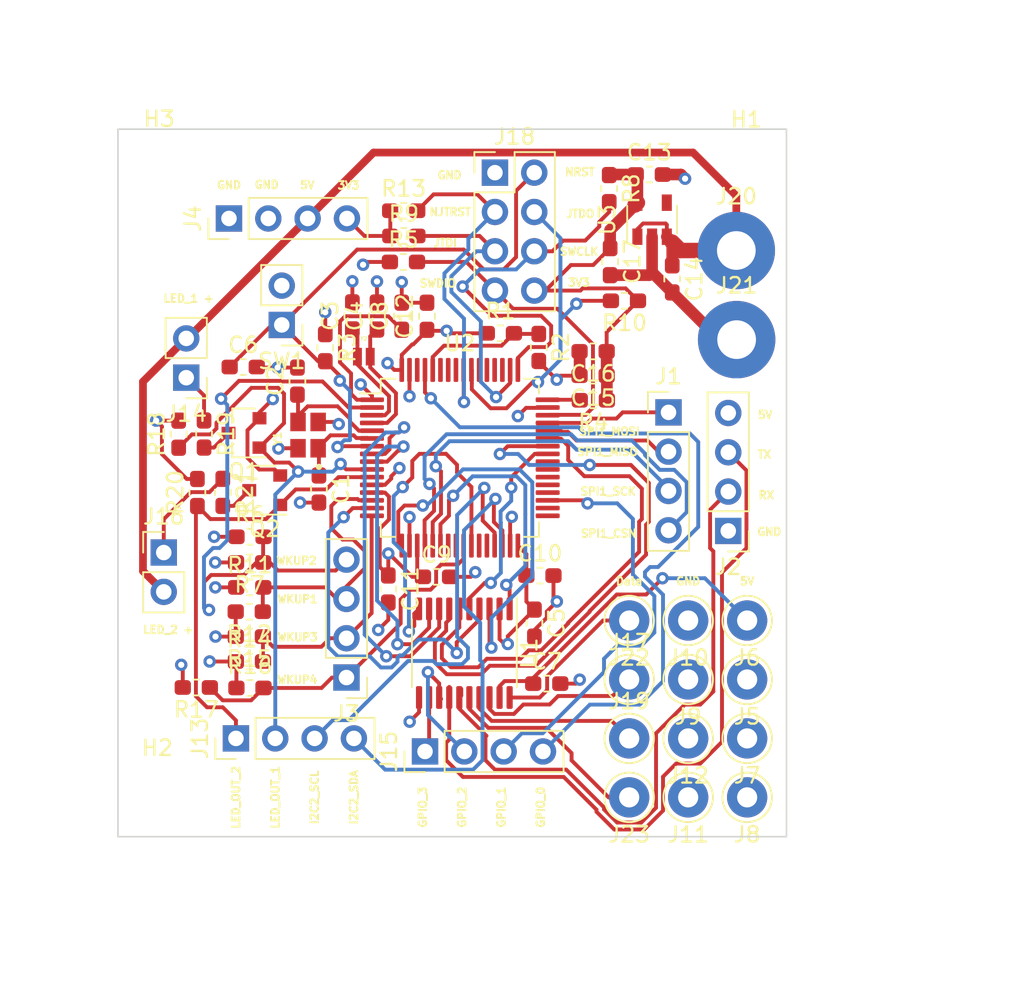
<source format=kicad_pcb>
(kicad_pcb (version 20211014) (generator pcbnew)
  (layers (0 "F.Cu" signal) (1 "In1.Cu" signal "PWR.Cu") (2 "In2.Cu" signal "GND.Cu") (31 "B.Cu" signal) (34 "B.Paste" user) (35 "F.Paste" user) (36 "B.SilkS" user "B.Silkscreen") (37 "F.SilkS" user "F.Silkscreen") (38 "B.Mask" user) (39 "F.Mask" user) (44 "Edge.Cuts" user))
  (net 0 "")
  (net 1 "GND1")
  (net 2 "Net-(C3-Pad1)")
  (net 3 "Net-(C4-Pad1)")
  (net 4 "+3V3")
  (net 5 "/NRST")
  (net 6 "+5V")
  (net 7 "/SPI1_MOSI")
  (net 8 "/SPI1_MISO")
  (net 9 "/SPI1_SCK")
  (net 10 "/SPI1_CSN")
  (net 11 "/USART1_TX_SHIFT")
  (net 12 "/USART1_RX_SHIFT")
  (net 13 "/WKUP1")
  (net 14 "/WKUP2")
  (net 15 "/WKUP3")
  (net 16 "/WKUP4")
  (net 17 "/LED_OUT_2")
  (net 18 "/LED_OUT_1")
  (net 19 "/I2C2_SCL")
  (net 20 "/I2C2_SDA")
  (net 21 "/GPIO_3_SHIFT")
  (net 22 "/GPIO_2_SHIFT")
  (net 23 "/GPIO_1")
  (net 24 "/GPIO_0")
  (net 25 "/TIM15_CH1_SHIFT")
  (net 26 "/TIM2_CH2_SHIFT")
  (net 27 "/TIM16_CH1_SHIFT")
  (net 28 "/TIM1_CH1_SHIFT")
  (net 29 "/SWCLK")
  (net 30 "/JTDI")
  (net 31 "/SWDIO")
  (net 32 "/JTDO")
  (net 33 "/NJTRST")
  (net 34 "Net-(Q1-Pad3)")
  (net 35 "Net-(Q2-Pad3)")
  (net 36 "/BOOT0")
  (net 37 "Net-(R4-Pad2)")
  (net 38 "Net-(J14-Pad1)")
  (net 39 "Net-(J16-Pad1)")
  (net 40 "/TIM16_CH1")
  (net 41 "/TIM15_CH1")
  (net 42 "/TIM2_CH2")
  (net 43 "/TIM1_CH1")
  (net 44 "/USART1_RX")
  (net 45 "/USART1_TX")
  (net 46 "/GPIO_2")
  (net 47 "/GPIO_3")
  (net 48 "/LEVEL_SHIFTER_EN")
  (net 49 "Net-(U2-Pad23)")
  (net 50 "Net-(U2-Pad24)")
  (net 51 "Net-(U2-Pad27)")
  (net 52 "Net-(U2-Pad28)")
  (net 53 "Net-(U2-Pad33)")
  (net 54 "Net-(U2-Pad34)")
  (net 55 "Net-(U2-Pad36)")
  (net 56 "Net-(U2-Pad37)")
  (net 57 "Net-(U2-Pad38)")
  (net 58 "Net-(U2-Pad39)")
  (net 59 "Net-(U2-Pad40)")
  (net 60 "Net-(U2-Pad51)")
  (net 61 "Net-(U2-Pad52)")
  (net 62 "Net-(U2-Pad53)")
  (net 63 "Net-(U2-Pad54)")
  (net 64 "Net-(U2-Pad57)")
  (net 65 "Net-(U2-Pad58)")
  (net 66 "Net-(U2-Pad59)")
  (net 67 "Net-(U2-Pad62)")
  (net 68 "Net-(U3-Pad4)")
  (net 69 "/OSC48_HI")
  (net 70 "/OSC48_LO")
  (footprint "Capacitor_SMD:C_0603_1608Metric_Pad1.05x0.95mm_HandSolder" (layer "F.Cu") (at 95.53 100.725 -90)
    (fp_text reference "C1")
    (fp_text value "6p")
  )
  (footprint "Capacitor_SMD:C_0603_1608Metric_Pad1.05x0.95mm_HandSolder" (layer "F.Cu") (at 94.14 93.75 90)
    (fp_text reference "C2")
    (fp_text value "6p")
  )
  (footprint "Capacitor_SMD:C_0603_1608Metric_Pad1.05x0.95mm_HandSolder" (layer "F.Cu") (at 97.69 89.535 90)
    (fp_text reference "C3")
    (fp_text value "8p")
  )
  (footprint "Capacitor_SMD:C_0603_1608Metric_Pad1.05x0.95mm_HandSolder" (layer "F.Cu") (at 99.28 89.545 90)
    (fp_text reference "C4")
    (fp_text value "8p")
  )
  (footprint "Capacitor_SMD:C_0603_1608Metric_Pad1.05x0.95mm_HandSolder" (layer "F.Cu") (at 109.45 109.39 -90)
    (fp_text reference "C5")
    (fp_text value "0.1u")
  )
  (footprint "Capacitor_SMD:C_0603_1608Metric_Pad1.05x0.95mm_HandSolder" (layer "F.Cu") (at 90.64 92.84)
    (fp_text reference "C6")
    (fp_text value "0.1u")
  )
  (footprint "Capacitor_SMD:C_0603_1608Metric_Pad1.05x0.95mm_HandSolder" (layer "F.Cu") (at 110.245 113.3)
    (fp_text reference "C7")
    (fp_text value "0.1u")
  )
  (footprint "Capacitor_SMD:C_0603_1608Metric_Pad1.05x0.95mm_HandSolder" (layer "F.Cu") (at 100.88 89.555 90)
    (fp_text reference "C8")
    (fp_text value "0.1u")
  )
  (footprint "Capacitor_SMD:C_0603_1608Metric_Pad1.05x0.95mm_HandSolder" (layer "F.Cu") (at 103.125 106.4)
    (fp_text reference "C9")
    (fp_text value "0.1u")
  )
  (footprint "Capacitor_SMD:C_0603_1608Metric_Pad1.05x0.95mm_HandSolder" (layer "F.Cu") (at 109.805 106.32)
    (fp_text reference "C10")
    (fp_text value "0.1u")
  )
  (footprint "Capacitor_SMD:C_0603_1608Metric_Pad1.05x0.95mm_HandSolder" (layer "F.Cu") (at 100.01 107.185 -90)
    (fp_text reference "C11")
    (fp_text value "0.1u")
  )
  (footprint "Capacitor_SMD:C_0603_1608Metric_Pad1.05x0.95mm_HandSolder" (layer "F.Cu") (at 102.51 89.56 90)
    (fp_text reference "C12")
    (fp_text value "0.1u")
  )
  (footprint "Capacitor_SMD:C_0603_1608Metric_Pad1.05x0.95mm_HandSolder" (layer "F.Cu") (at 116.87 80.4)
    (fp_text reference "C13")
    (fp_text value "4.7u")
  )
  (footprint "Capacitor_SMD:C_0603_1608Metric_Pad1.05x0.95mm_HandSolder" (layer "F.Cu") (at 118.35 87.145 -90)
    (fp_text reference "C14")
    (fp_text value "1u")
  )
  (footprint "Capacitor_SMD:C_0603_1608Metric_Pad1.05x0.95mm_HandSolder" (layer "F.Cu") (at 113.24 93.4 180)
    (fp_text reference "C15")
    (fp_text value "0.01u")
  )
  (footprint "Capacitor_SMD:C_0603_1608Metric_Pad1.05x0.95mm_HandSolder" (layer "F.Cu") (at 113.24 91.83 180)
    (fp_text reference "C16")
    (fp_text value "1")
  )
  (footprint "Capacitor_SMD:C_0603_1608Metric_Pad1.05x0.95mm_HandSolder" (layer "F.Cu") (at 114.34 86.03 -90)
    (fp_text reference "C17")
    (fp_text value "1u")
  )
  (footprint "Connector_PinHeader_2.54mm:PinHeader_1x04_P2.54mm_Vertical" (layer "F.Cu") (at 118.11 95.77)
    (fp_text reference "J1")
    (fp_text value "Conn_01x04_Male")
  )
  (footprint "Connector_PinHeader_2.54mm:PinHeader_1x04_P2.54mm_Vertical" (layer "F.Cu") (at 121.97 103.43 180)
    (fp_text reference "J2")
    (fp_text value "Conn_01x04_Male")
  )
  (footprint "Connector_PinHeader_2.54mm:PinHeader_1x04_P2.54mm_Vertical" (layer "F.Cu") (at 97.30928 112.907704 180)
    (fp_text reference "J3")
    (fp_text value "Conn_01x04_Male")
  )
  (footprint "Connector_PinHeader_2.54mm:PinHeader_1x04_P2.54mm_Vertical" (layer "F.Cu") (at 89.72 83.24 90)
    (fp_text reference "J4")
    (fp_text value "Conn_01x04_Male")
  )
  (footprint "Connector_Pin:Pin_D1.3mm_L11.0mm" (layer "F.Cu") (at 123.19 113.03)
    (fp_text reference "J5")
    (fp_text value "Conn_01x01_Male")
  )
  (footprint "Connector_Pin:Pin_D1.3mm_L11.0mm" (layer "F.Cu") (at 123.19 109.22)
    (fp_text reference "J6")
    (fp_text value "Conn_01x01_Male")
  )
  (footprint "Connector_Pin:Pin_D1.3mm_L11.0mm" (layer "F.Cu") (at 123.19 116.84)
    (fp_text reference "J7")
    (fp_text value "Conn_01x01_Male")
  )
  (footprint "Connector_Pin:Pin_D1.3mm_L11.0mm" (layer "F.Cu") (at 123.19 120.65)
    (fp_text reference "J8")
    (fp_text value "Conn_01x01_Male")
  )
  (footprint "Connector_Pin:Pin_D1.3mm_L11.0mm" (layer "F.Cu") (at 119.38 113.03)
    (fp_text reference "J9")
    (fp_text value "Conn_01x01_Male")
  )
  (footprint "Connector_Pin:Pin_D1.3mm_L11.0mm" (layer "F.Cu") (at 119.38 109.22)
    (fp_text reference "J10")
    (fp_text value "Conn_01x01_Male")
  )
  (footprint "Connector_Pin:Pin_D1.3mm_L11.0mm" (layer "F.Cu") (at 119.38 120.65)
    (fp_text reference "J11")
    (fp_text value "Conn_01x01_Male")
  )
  (footprint "Connector_Pin:Pin_D1.3mm_L11.0mm" (layer "F.Cu") (at 119.38 116.84)
    (fp_text reference "J12")
    (fp_text value "Conn_01x01_Male")
  )
  (footprint "Connector_PinHeader_2.54mm:PinHeader_1x04_P2.54mm_Vertical" (layer "F.Cu") (at 90.17 116.84 90)
    (fp_text reference "J13")
    (fp_text value "Conn_01x04_Male")
  )
  (footprint "Connector_PinHeader_2.54mm:PinHeader_1x04_P2.54mm_Vertical" (layer "F.Cu") (at 102.382351 117.684631 90)
    (fp_text reference "J15")
    (fp_text value "Conn_01x04_Male")
  )
  (footprint "MountingHole:MountingHole_2.5mm_Pad" (layer "F.Cu") (at 122.49 85.31)
    (fp_text reference "J20")
    (fp_text value "Conn_01x01_Male")
  )
  (footprint "MountingHole:MountingHole_2.5mm_Pad" (layer "F.Cu") (at 122.51 91.07)
    (fp_text reference "J21")
    (fp_text value "Conn_01x01_Male")
  )
  (footprint "Package_TO_SOT_SMD:SOT-23" (layer "F.Cu") (at 90.69 97.1 180)
    (fp_text reference "Q1")
    (fp_text value "BSS138")
  )
  (footprint "Package_TO_SOT_SMD:SOT-23" (layer "F.Cu") (at 92.03 100.8 180)
    (fp_text reference "Q2")
    (fp_text value "BSS138")
  )
  (footprint "Resistor_SMD:R_0603_1608Metric_Pad1.05x0.95mm_HandSolder" (layer "F.Cu") (at 107.25 90.66)
    (fp_text reference "R1")
    (fp_text value "10k")
  )
  (footprint "Resistor_SMD:R_0603_1608Metric_Pad1.05x0.95mm_HandSolder" (layer "F.Cu") (at 109.73 91.575 -90)
    (fp_text reference "R2")
    (fp_text value "DNI")
  )
  (footprint "Resistor_SMD:R_0603_1608Metric_Pad1.05x0.95mm_HandSolder" (layer "F.Cu") (at 95.94 91.59 -90)
    (fp_text reference "R3")
    (fp_text value "10k")
  )
  (footprint "Resistor_SMD:R_0603_1608Metric_Pad1.05x0.95mm_HandSolder" (layer "F.Cu") (at 113.255 94.99 180)
    (fp_text reference "R4")
    (fp_text value "0")
  )
  (footprint "Resistor_SMD:R_0603_1608Metric_Pad1.05x0.95mm_HandSolder" (layer "F.Cu") (at 100.99 86.05)
    (fp_text reference "R5")
    (fp_text value "10k")
  )
  (footprint "Resistor_SMD:R_0603_1608Metric_Pad1.05x0.95mm_HandSolder" (layer "F.Cu") (at 91.08 103.81)
    (fp_text reference "R6")
    (fp_text value "10k")
  )
  (footprint "Resistor_SMD:R_0603_1608Metric_Pad1.05x0.95mm_HandSolder" (layer "F.Cu") (at 91.05 105.47 180)
    (fp_text reference "R7")
    (fp_text value "DNI")
  )
  (footprint "Resistor_SMD:R_0603_1608Metric_Pad1.05x0.95mm_HandSolder" (layer "F.Cu") (at 115.265 88.56 180)
    (fp_text reference "R10")
    (fp_text value "10k")
  )
  (footprint "Resistor_SMD:R_0603_1608Metric_Pad1.05x0.95mm_HandSolder" (layer "F.Cu") (at 91.06 107.08)
    (fp_text reference "R11")
    (fp_text value "10k")
  )
  (footprint "Resistor_SMD:R_0603_1608Metric_Pad1.05x0.95mm_HandSolder" (layer "F.Cu") (at 91.03 108.65 180)
    (fp_text reference "R12")
    (fp_text value "DNI")
  )
  (footprint "Resistor_SMD:R_0603_1608Metric_Pad1.05x0.95mm_HandSolder" (layer "F.Cu") (at 101.005 82.74)
    (fp_text reference "R13")
    (fp_text value "10k")
  )
  (footprint "Resistor_SMD:R_0603_1608Metric_Pad1.05x0.95mm_HandSolder" (layer "F.Cu") (at 91.04 111.87)
    (fp_text reference "R14")
    (fp_text value "10k")
  )
  (footprint "Resistor_SMD:R_0603_1608Metric_Pad1.05x0.95mm_HandSolder" (layer "F.Cu") (at 91.035 110.26 180)
    (fp_text reference "R15")
    (fp_text value "DNI")
  )
  (footprint "Resistor_SMD:R_0603_1608Metric_Pad1.05x0.95mm_HandSolder" (layer "F.Cu") (at 91.075 113.58)
    (fp_text reference "R16")
    (fp_text value "10k")
  )
  (footprint "Resistor_SMD:R_0603_1608Metric_Pad1.05x0.95mm_HandSolder" (layer "F.Cu") (at 87.61 113.55 180)
    (fp_text reference "R17")
    (fp_text value "DNI")
  )
  (footprint "Resistor_SMD:R_0603_1608Metric_Pad1.05x0.95mm_HandSolder" (layer "F.Cu") (at 86.47 97.18 90)
    (fp_text reference "R18")
    (fp_text value "100k")
  )
  (footprint "Resistor_SMD:R_0603_1608Metric_Pad1.05x0.95mm_HandSolder" (layer "F.Cu") (at 88.11 97.17 -90)
    (fp_text reference "R19")
    (fp_text value "1k")
  )
  (footprint "Resistor_SMD:R_0603_1608Metric_Pad1.05x0.95mm_HandSolder" (layer "F.Cu") (at 87.68 100.95 90)
    (fp_text reference "R20")
    (fp_text value "100k")
  )
  (footprint "Resistor_SMD:R_0603_1608Metric_Pad1.05x0.95mm_HandSolder" (layer "F.Cu") (at 89.32 100.94 -90)
    (fp_text reference "R21")
    (fp_text value "1k")
  )
  (footprint "Connector_PinHeader_2.54mm:PinHeader_1x02_P2.54mm_Vertical" (layer "F.Cu") (at 93.13 90.12 180)
    (fp_text reference "SW1")
    (fp_text value "SW_DIP_x01")
  )
  (footprint "Package_SO:TSSOP-20_4.4x6.5mm_P0.65mm" (layer "F.Cu") (at 104.922352 111.334631 -90)
    (fp_text reference "U1")
    (fp_text value "TXS0108EPW")
  )
  (footprint "Package_QFP:LQFP-64_10x10mm_P0.5mm" (layer "F.Cu") (at 104.63 98.705)
    (fp_text reference "U2")
    (fp_text value "STM32L431RCTx")
  )
  (footprint "Package_TO_SOT_SMD:SOT-23-5" (layer "F.Cu") (at 117.05 83.32 90)
    (fp_text reference "U3")
    (fp_text value "LP5907MFX-3.3")
  )
  (footprint "Connector_Pin:Pin_D1.3mm_L11.0mm" (layer "F.Cu") (at 115.57 113.03 180)
    (fp_text reference "J17")
    (fp_text value "Conn_01x01_Male")
  )
  (footprint "Connector_PinHeader_2.54mm:PinHeader_2x04_P2.54mm_Vertical" (layer "F.Cu") (at 106.9 80.28)
    (fp_text reference "J18")
    (fp_text value "Conn_01x08_Male")
  )
  (footprint "Connector_Pin:Pin_D1.3mm_L11.0mm" (layer "F.Cu") (at 115.57 116.84 180)
    (fp_text reference "J19")
    (fp_text value "Conn_01x01_Male")
  )
  (footprint "Connector_Pin:Pin_D1.3mm_L11.0mm" (layer "F.Cu") (at 115.57 109.22)
    (fp_text reference "J22")
    (fp_text value "Conn_01x01_Male")
  )
  (footprint "Connector_Pin:Pin_D1.3mm_L11.0mm" (layer "F.Cu") (at 115.57 120.65)
    (fp_text reference "J23")
    (fp_text value "Conn_01x01_Male")
  )
  (footprint "Resistor_SMD:R_0603_1608Metric_Pad1.05x0.95mm_HandSolder" (layer "F.Cu") (at 114.28 81.31 -90)
    (fp_text reference "R8")
    (fp_text value "10k")
  )
  (footprint "Resistor_SMD:R_0603_1608Metric_Pad1.05x0.95mm_HandSolder" (layer "F.Cu") (at 101.015 84.37)
    (fp_text reference "R9")
    (fp_text value "10k")
  )
  (footprint "ECS-:XTAL_ECS-.327-9-1210-TR" (layer "F.Cu") (at 98.43 92.17)
    (fp_text reference "Y2")
    (fp_text value "ECS-.327-9-1210-TR")
  )
  (footprint "XTAL_ECS-480-8-36-RWN-TR" (layer "F.Cu") (at 94.83 97.24 90)
    (fp_text reference "Y1")
    (fp_text value "ECS-480-8-36-RWN-TR")
  )
  (footprint "Connector_PinHeader_2.54mm:PinHeader_1x02_P2.54mm_Vertical" (layer "F.Cu") (at 86.96 93.53 180)
    (fp_text reference "J14")
    (fp_text value "Conn_01x02_Male")
  )
  (footprint "Connector_PinHeader_2.54mm:PinHeader_1x02_P2.54mm_Vertical" (layer "F.Cu") (at 85.507846 104.830192)
    (fp_text reference "J16")
    (fp_text value "Conn_01x02_Male")
  )
  (footprint "MountingHole:MountingHole_2mm" (layer "F.Cu") (at 123.13 80.04)
    (fp_text reference "H1")
    (fp_text value "MountingHole")
  )
  (footprint "MountingHole:MountingHole_2mm" (layer "F.Cu") (at 85.09 120.65)
    (fp_text reference "H2")
    (fp_text value "MountingHole")
  )
  (footprint "MountingHole:MountingHole_2mm" (layer "F.Cu") (at 85.21 80.01)
    (fp_text reference "H3")
    (fp_text value "MountingHole")
  )
  (gr_line (start 82.55 77.47) (end 125.73 77.47) (layer "Edge.Cuts") (width 0.1))
  (gr_line (start 82.55 123.19) (end 82.55 77.47) (layer "Edge.Cuts") (width 0.1))
  (gr_line (start 125.73 77.47) (end 125.73 123.19) (layer "Edge.Cuts") (width 0.1))
  (gr_line (start 125.73 123.19) (end 82.55 123.19) (layer "Edge.Cuts") (width 0.1))
  (gr_text "GPIO_0" (at 109.855 121.285 90) (layer "F.SilkS") (effects (font (size 0.5 0.5) (thickness 0.125))))
  (gr_text "LED_OUT_1" (at 92.71 120.65 90) (layer "F.SilkS") (effects (font (size 0.5 0.5) (thickness 0.125))))
  (gr_text "I2C2_SCL" (at 95.25 120.65 90) (layer "F.SilkS") (effects (font (size 0.5 0.5) (thickness 0.125))))
  (gr_text "I2C2_SDA" (at 97.79 120.65 90) (layer "F.SilkS") (effects (font (size 0.5 0.5) (thickness 0.125))))
  (gr_text "Data" (at 115.57 106.68) (layer "F.SilkS") (effects (font (size 0.5 0.5) (thickness 0.125))))
  (gr_text "GND" (at 119.38 106.68) (layer "F.SilkS") (effects (font (size 0.5 0.5) (thickness 0.125))))
  (gr_text "5V" (at 123.19 106.68) (layer "F.SilkS") (effects (font (size 0.5 0.5) (thickness 0.125))))
  (gr_text "TX" (at 124.3 98.49) (layer "F.SilkS") (effects (font (size 0.5 0.5) (thickness 0.125))))
  (gr_text "RX" (at 124.43 101.12) (layer "F.SilkS") (effects (font (size 0.5 0.5) (thickness 0.125))))
  (gr_text "GND" (at 124.62 103.49) (layer "F.SilkS") (effects (font (size 0.5 0.5) (thickness 0.125))))
  (gr_text "5V" (at 124.35 95.93) (layer "F.SilkS") (effects (font (size 0.5 0.5) (thickness 0.125))))
  (gr_text "SPI1_MOSI" (at 114.3 97.01) (layer "F.SilkS") (effects (font (size 0.5 0.5) (thickness 0.125))))
  (gr_text "SPI1_SCK" (at 114.21 100.88) (layer "F.SilkS") (effects (font (size 0.5 0.5) (thickness 0.125))))
  (gr_text "SPI1_CSN" (at 114.25 103.6) (layer "F.SilkS") (effects (font (size 0.5 0.5) (thickness 0.125))))
  (gr_text "GND" (at 103.97 80.44) (layer "F.SilkS") (effects (font (size 0.5 0.5) (thickness 0.125))))
  (gr_text "NJTRST" (at 104.01 82.82) (layer "F.SilkS") (effects (font (size 0.5 0.5) (thickness 0.125))))
  (gr_text "JTDI" (at 103.69 84.82) (layer "F.SilkS") (effects (font (size 0.5 0.5) (thickness 0.125))))
  (gr_text "SWDIO" (at 103.21 87.43) (layer "F.SilkS") (effects (font (size 0.5 0.5) (thickness 0.125))))
  (gr_text "NRST" (at 112.39 80.24) (layer "F.SilkS") (effects (font (size 0.5 0.5) (thickness 0.125))))
  (gr_text "JTDO" (at 112.41 82.94) (layer "F.SilkS") (effects (font (size 0.5 0.5) (thickness 0.125))))
  (gr_text "SWCLK" (at 112.33 85.38) (layer "F.SilkS") (effects (font (size 0.5 0.5) (thickness 0.125))))
  (gr_text "3V3" (at 97.44 81.1) (layer "F.SilkS") (effects (font (size 0.5 0.5) (thickness 0.125))))
  (gr_text "GND" (at 89.72 81.08) (layer "F.SilkS") (effects (font (size 0.5 0.5) (thickness 0.125))))
  (gr_text "GND" (at 92.16 81.06) (layer "F.SilkS") (effects (font (size 0.5 0.5) (thickness 0.125))))
  (gr_text "5V" (at 94.78 81.08) (layer "F.SilkS") (effects (font (size 0.5 0.5) (thickness 0.125))))
  (gr_text "3V3" (at 112.32 87.38) (layer "F.SilkS") (effects (font (size 0.5 0.5) (thickness 0.125))))
  (gr_text "WKUP2" (at 94.079282 105.357707) (layer "F.SilkS") (effects (font (size 0.5 0.5) (thickness 0.125))))
  (gr_text "WKUP4" (at 94.129282 113.047706) (layer "F.SilkS") (effects (font (size 0.5 0.5) (thickness 0.125))))
  (gr_text "LED_2 +" (at 85.8 109.82) (layer "F.SilkS") (effects (font (size 0.5 0.5) (thickness 0.125))))
  (gr_text "LED_1 +" (at 87.11 88.41) (layer "F.SilkS") (effects (font (size 0.5 0.5) (thickness 0.125))))
  (gr_text "SPI1_MISO" (at 114.18 98.32) (layer "F.SilkS") (effects (font (size 0.5 0.5) (thickness 0.125))))
  (gr_text "GPIO_1" (at 107.315 121.285 90) (layer "F.SilkS") (effects (font (size 0.5 0.5) (thickness 0.125))))
  (gr_text "LED_OUT_2" (at 90.17 120.65 90) (layer "F.SilkS") (effects (font (size 0.5 0.5) (thickness 0.125))))
  (gr_text "WKUP1" (at 94.14 107.84) (layer "F.SilkS") (effects (font (size 0.5 0.5) (thickness 0.125))))
  (gr_text "GPIO_3" (at 102.235 121.285 90) (layer "F.SilkS") (effects (font (size 0.5 0.5) (thickness 0.125))))
  (gr_text "WKUP3" (at 94.149283 110.297704) (layer "F.SilkS") (effects (font (size 0.5 0.5) (thickness 0.125))))
  (gr_text "GPIO_2" (at 104.775 121.285 90) (layer "F.SilkS") (effects (font (size 0.5 0.5) (thickness 0.125))))
  (segment (start 108.38 96.01) (end 108.38 96.01) (width 0.25) (layer "F.Cu") (net 1))
  (segment (start 94.31 101.6) (end 94.22 101.6) (width 0.25) (layer "F.Cu") (net 1))
  (segment (start 101.38 102.54) (end 101.38 102.54) (width 0.25) (layer "F.Cu") (net 1))
  (segment (start 88.85 110.26) (end 88.85 110.26) (width 0.25) (layer "F.Cu") (net 1))
  (segment (start 88.83 105.47) (end 88.83 105.47) (width 0.25) (layer "F.Cu") (net 1))
  (segment (start 110.9 107.99) (end 110.9 107.99) (width 0.25) (layer "F.Cu") (net 1))
  (segment (start 99.36 109.83) (end 99.36 109.83) (width 0.25) (layer "F.Cu") (net 1))
  (segment (start 100.88 87.35) (end 100.88 87.35) (width 0.25) (layer "F.Cu") (net 1))
  (segment (start 101.38 94.73) (end 101.38 94.73) (width 0.25) (layer "F.Cu") (net 1))
  (segment (start 105.63 106.1) (end 105.63 106.1) (width 0.25) (layer "F.Cu") (net 1))
  (segment (start 110.89 93.66) (end 110.89 93.66) (width 0.25) (layer "F.Cu") (net 1))
  (segment (start 101.43 115.72) (end 101.39 115.76) (width 0.25) (layer "F.Cu") (net 1))
  (segment (start 101.39 115.76) (end 101.39 115.76) (width 0.25) (layer "F.Cu") (net 1))
  (segment (start 107.99 102.52) (end 107.99 102.52) (width 0.25) (layer "F.Cu") (net 1))
  (segment (start 119.18 80.67) (end 119.18 80.67) (width 0.75) (layer "F.Cu") (net 1))
  (segment (start 86.47 96.305) (end 85.015 96.305) (width 0.25) (layer "F.Cu") (net 1))
  (segment (start 112.12 113.3) (end 112.375 113.045) (width 0.25) (layer "F.Cu") (net 1))
  (segment (start 109.45 109.83551) (end 110.25001 109.0355) (width 0.25) (layer "F.Cu") (net 1))
  (segment (start 91.69 96.15) (end 91.69 95.77) (width 0.25) (layer "F.Cu") (net 1))
  (segment (start 100.2 100.050702) (end 100.2 99.9) (width 0.25) (layer "F.Cu") (net 1))
  (segment (start 85.39001 98.47001) (end 85.39001 96.68001) (width 0.25) (layer "F.Cu") (net 1))
  (segment (start 107.88 102.63) (end 107.99 102.52) (width 0.25) (layer "F.Cu") (net 1))
  (segment (start 118.91 80.4) (end 119.18 80.67) (width 0.75) (layer "F.Cu") (net 1))
  (segment (start 109.73 92.45) (end 109.73 92.5) (width 0.25) (layer "F.Cu") (net 1))
  (segment (start 100.885 88.685) (end 100.88 88.68) (width 0.25) (layer "F.Cu") (net 1))
  (segment (start 99.28 88.67) (end 99.28 87.31) (width 0.25) (layer "F.Cu") (net 1))
  (segment (start 93.03 99.82) (end 92.675011 99.465011) (width 0.25) (layer "F.Cu") (net 1))
  (segment (start 116.865 86.905) (end 117.05 86.72) (width 0.75) (layer "F.Cu") (net 1))
  (segment (start 90.155 108.65) (end 90.155 110.255) (width 0.25) (layer "F.Cu") (net 1))
  (segment (start 110.205 95.455) (end 110.18001 95.47999) (width 0.25) (layer "F.Cu") (net 1))
  (segment (start 94.18 98.09) (end 93.04 98.09) (width 0.25) (layer "F.Cu") (net 1))
  (segment (start 99.015 100.455) (end 99.03 100.47) (width 0.25) (layer "F.Cu") (net 1))
  (segment (start 101.38 104.38) (end 101.38 102.54) (width 0.25) (layer "F.Cu") (net 1))
  (segment (start 98.955 100.455) (end 99.795702 100.455) (width 0.25) (layer "F.Cu") (net 1))
  (segment (start 110.25001 109.0355) (end 110.25001 108.63999) (width 0.25) (layer "F.Cu") (net 1))
  (segment (start 100.01 108.06) (end 100.01 109.18) (width 0.25) (layer "F.Cu") (net 1))
  (segment (start 91.55 92.875) (end 91.515 92.84) (width 0.25) (layer "F.Cu") (net 1))
  (segment (start 110.25001 108.63999) (end 110.9 107.99) (width 0.25) (layer "F.Cu") (net 1))
  (segment (start 112.365 93.4) (end 112.365 91.83) (width 0.75) (layer "F.Cu") (net 1))
  (segment (start 107.88 104.38) (end 107.88 102.63) (width 0.25) (layer "F.Cu") (net 1))
  (segment (start 100.88 88.68) (end 100.88 87.35) (width 0.25) (layer "F.Cu") (net 1))
  (segment (start 109.73 92.5) (end 110.89 93.66) (width 0.25) (layer "F.Cu") (net 1))
  (segment (start 117.05 84.42) (end 117.05 86.72) (width 0.75) (layer "F.Cu") (net 1))
  (segment (start 111.12 113.3) (end 112.12 113.3) (width 0.25) (layer "F.Cu") (net 1))
  (segment (start 98.955 100.455) (end 99.015 100.455) (width 0.25) (layer "F.Cu") (net 1))
  (segment (start 90.914999 96.925001) (end 91.69 96.15) (width 0.25) (layer "F.Cu") (net 1))
  (segment (start 86.735 113.55) (end 86.735 112.185) (width 0.25) (layer "F.Cu") (net 1))
  (segment (start 85.39001 96.68001) (end 85.015 96.305) (width 0.25) (layer "F.Cu") (net 1))
  (segment (start 90.155 110.255) (end 90.16 110.26) (width 0.25) (layer "F.Cu") (net 1))
  (segment (start 111.15 93.4) (end 110.89 93.66) (width 0.25) (layer "F.Cu") (net 1))
  (segment (start 92.915 97.839998) (end 92.915 98.105) (width 0.25) (layer "F.Cu") (net 1))
  (segment (start 105.33 106.4) (end 105.63 106.1) (width 0.25) (layer "F.Cu") (net 1))
  (segment (start 93.04 98.09) (end 92.93 98.09) (width 0.25) (layer "F.Cu") (net 1))
  (segment (start 90.175 105.47) (end 88.83 105.47) (width 0.25) (layer "F.Cu") (net 1))
  (segment (start 114.34 86.905) (end 116.865 86.905) (width 0.75) (layer "F.Cu") (net 1))
  (segment (start 101.997352 115.152648) (end 101.43 115.72) (width 0.25) (layer "F.Cu") (net 1))
  (segment (start 110.18001 95.47999) (end 108.91001 95.47999) (width 0.25) (layer "F.Cu") (net 1))
  (segment (start 102.51 88.685) (end 100.885 88.685) (width 0.25) (layer "F.Cu") (net 1))
  (segment (start 108.91001 95.47999) (end 108.38 96.01) (width 0.25) (layer "F.Cu") (net 1))
  (segment (start 94.14 92.875) (end 92.865 92.875) (width 0.25) (layer "F.Cu") (net 1))
  (segment (start 87.68 100.075) (end 86.995 100.075) (width 0.25) (layer "F.Cu") (net 1))
  (segment (start 95.53 101.6) (end 94.31 101.6) (width 0.25) (layer "F.Cu") (net 1))
  (segment (start 100.01 109.18) (end 99.36 109.83) (width 0.25) (layer "F.Cu") (net 1))
  (segment (start 92.865 92.875) (end 91.55 92.875) (width 0.25) (layer "F.Cu") (net 1))
  (segment (start 109.45 110.265) (end 109.45 109.83551) (width 0.25) (layer "F.Cu") (net 1))
  (segment (start 110.305 95.455) (end 110.205 95.455) (width 0.25) (layer "F.Cu") (net 1))
  (segment (start 90.16 110.26) (end 88.85 110.26) (width 0.25) (layer "F.Cu") (net 1))
  (segment (start 121.4 91.07) (end 118.35 88.02) (width 0.75) (layer "F.Cu") (net 1))
  (segment (start 90.914999 98.710001) (end 90.914999 96.925001) (width 0.25) (layer "F.Cu") (net 1))
  (segment (start 95.48 96.39) (end 96.67 96.39) (width 0.25) (layer "F.Cu") (net 1))
  (segment (start 100.2 99.9) (end 100.73 99.37) (width 0.25) (layer "F.Cu") (net 1))
  (segment (start 104 106.4) (end 105.33 106.4) (width 0.25) (layer "F.Cu") (net 1))
  (segment (start 93.03 99.85) (end 93.03 99.82) (width 0.25) (layer "F.Cu") (net 1))
  (segment (start 101.997352 114.197131) (end 101.997352 115.152648) (width 0.25) (layer "F.Cu") (net 1))
  (segment (start 110.68 107.77) (end 110.9 107.99) (width 0.25) (layer "F.Cu") (net 1))
  (segment (start 86.995 100.075) (end 85.39001 98.47001) (width 0.25) (layer "F.Cu") (net 1))
  (segment (start 110.68 106.32) (end 110.68 107.77) (width 0.25) (layer "F.Cu") (net 1))
  (segment (start 117.745 80.4) (end 118.91 80.4) (width 0.75) (layer "F.Cu") (net 1))
  (segment (start 101.38 93.03) (end 101.38 94.73) (width 0.25) (layer "F.Cu") (net 1))
  (segment (start 92.93 98.09) (end 92.915 98.105) (width 0.25) (layer "F.Cu") (net 1))
  (segment (start 99.795702 100.455) (end 100.2 100.050702) (width 0.25) (layer "F.Cu") (net 1))
  (segment (start 122.13 90.78) (end 122.13 91.26) (width 0.75) (layer "F.Cu") (net 1))
  (segment (start 117.05 86.72) (end 118.35 88.02) (width 0.75) (layer "F.Cu") (net 1))
  (segment (start 86.735 112.185) (end 86.635 112.085) (width 0.25) (layer "F.Cu") (net 1))
  (segment (start 112.365 93.4) (end 111.15 93.4) (width 0.25) (layer "F.Cu") (net 1))
  (segment (start 122.51 91.07) (end 121.4 91.07) (width 0.75) (layer "F.Cu") (net 1))
  (segment (start 122.13 91.26) (end 121.59 91.26) (width 0.75) (layer "F.Cu") (net 1))
  (segment (start 91.69 95.77) (end 92.55 94.91) (width 0.25) (layer "F.Cu") (net 1))
  (segment (start 92.675011 99.465011) (end 91.670009 99.465011) (width 0.25) (layer "F.Cu") (net 1))
  (segment (start 91.670009 99.465011) (end 90.914999 98.710001) (width 0.25) (layer "F.Cu") (net 1))
  (segment (start 97.69 88.66) (end 97.69 87.3) (width 0.25) (layer "F.Cu") (net 1))
  (segment (start 96.67 96.39) (end 96.81 96.53) (width 0.25) (layer "F.Cu") (net 1))
  (via (at 85.015 96.305) (size 0.8) (drill 0.4) (layers "F.Cu" "B.Cu") (net 1))
  (via (at 99.28 87.31) (size 0.8) (drill 0.4) (layers "F.Cu" "B.Cu") (net 1))
  (via (at 107.99 102.52) (size 0.8) (drill 0.4) (layers "F.Cu" "B.Cu") (net 1))
  (via (at 99.36 109.83) (size 0.8) (drill 0.4) (layers "F.Cu" "B.Cu") (net 1))
  (via (at 112.375 113.045) (size 0.8) (drill 0.4) (layers "F.Cu" "B.Cu") (net 1))
  (via (at 88.83 105.47) (size 0.8) (drill 0.4) (layers "F.Cu" "B.Cu") (net 1))
  (via (at 105.63 106.1) (size 0.8) (drill 0.4) (layers "F.Cu" "B.Cu") (net 1))
  (via (at 108.38 96.01) (size 0.8) (drill 0.4) (layers "F.Cu" "B.Cu") (net 1))
  (via (at 92.55 94.91) (size 0.8) (drill 0.4) (layers "F.Cu" "B.Cu") (net 1))
  (via (at 92.865 92.875) (size 0.8) (drill 0.4) (layers "F.Cu" "B.Cu") (net 1))
  (via (at 86.635 112.085) (size 0.8) (drill 0.4) (layers "F.Cu" "B.Cu") (net 1))
  (via (at 101.39 115.76) (size 0.8) (drill 0.4) (layers "F.Cu" "B.Cu") (net 1))
  (via (at 119.18 80.67) (size 0.8) (drill 0.4) (layers "F.Cu" "B.Cu") (net 1))
  (via (at 100.73 99.37) (size 0.8) (drill 0.4) (layers "F.Cu" "B.Cu") (net 1))
  (via (at 97.69 87.3) (size 0.8) (drill 0.4) (layers "F.Cu" "B.Cu") (net 1))
  (via (at 101.38 102.54) (size 0.8) (drill 0.4) (layers "F.Cu" "B.Cu") (net 1))
  (via (at 94.31 101.6) (size 0.8) (drill 0.4) (layers "F.Cu" "B.Cu") (net 1))
  (via (at 110.89 93.66) (size 0.8) (drill 0.4) (layers "F.Cu" "B.Cu") (net 1))
  (via (at 96.81 96.53) (size 0.8) (drill 0.4) (layers "F.Cu" "B.Cu") (net 1))
  (via (at 110.9 107.99) (size 0.8) (drill 0.4) (layers "F.Cu" "B.Cu") (net 1))
  (via (at 101.38 94.73) (size 0.8) (drill 0.4) (layers "F.Cu" "B.Cu") (net 1))
  (via (at 88.85 110.26) (size 0.8) (drill 0.4) (layers "F.Cu" "B.Cu") (net 1))
  (via (at 92.915 98.105) (size 0.8) (drill 0.4) (layers "F.Cu" "B.Cu") (net 1))
  (via (at 100.88 87.35) (size 0.8) (drill 0.4) (layers "F.Cu" "B.Cu") (net 1))
  (segment (start 98.0175 92.676798) (end 98.0175 92.17) (width 0.25) (layer "F.Cu") (net 2))
  (segment (start 100.05501 95.695692) (end 100.05501 94.714308) (width 0.25) (layer "F.Cu") (net 2))
  (segment (start 99.795702 95.955) (end 100.05501 95.695692) (width 0.25) (layer "F.Cu") (net 2))
  (segment (start 98.955 95.955) (end 99.795702 95.955) (width 0.25) (layer "F.Cu") (net 2))
  (segment (start 98.0175 90.7375) (end 97.69 90.41) (width 0.25) (layer "F.Cu") (net 2))
  (segment (start 98.0175 92.17) (end 98.0175 90.7375) (width 0.25) (layer "F.Cu") (net 2))
  (segment (start 100.05501 94.714308) (end 98.0175 92.676798) (width 0.25) (layer "F.Cu") (net 2))
  (segment (start 99.932112 96.455) (end 100.505021 95.88209) (width 0.25) (layer "F.Cu") (net 3))
  (segment (start 100.505021 95.88209) (end 100.505019 94.527907) (width 0.25) (layer "F.Cu") (net 3))
  (segment (start 100.505019 94.527907) (end 98.8425 92.865388) (width 0.25) (layer "F.Cu") (net 3))
  (segment (start 98.8425 90.8575) (end 99.28 90.42) (width 0.25) (layer "F.Cu") (net 3))
  (segment (start 98.955 96.445) (end 98.94001 96.43001) (width 0.25) (layer "F.Cu") (net 3))
  (segment (start 98.8425 92.865388) (end 98.8425 92.17) (width 0.25) (layer "F.Cu") (net 3))
  (segment (start 98.955 96.455) (end 98.955 96.445) (width 0.25) (layer "F.Cu") (net 3))
  (segment (start 98.955 96.455) (end 99.932112 96.455) (width 0.25) (layer "F.Cu") (net 3))
  (segment (start 98.8425 92.17) (end 98.8425 90.8575) (width 0.25) (layer "F.Cu") (net 3))
  (segment (start 98.225 93.965) (end 98.2 93.94) (width 0.25) (layer "F.Cu") (net 4))
  (segment (start 88.47 111.87) (end 88.47 111.87) (width 0.25) (layer "F.Cu") (net 4))
  (segment (start 88.84 107.08) (end 88.84 107.08) (width 0.25) (layer "F.Cu") (net 4))
  (segment (start 88.76 103.81) (end 88.76 103.81) (width 0.25) (layer "F.Cu") (net 4))
  (segment (start 100.01 104.89) (end 100.01 104.89) (width 0.25) (layer "F.Cu") (net 4))
  (segment (start 99.96 92.59) (end 99.96 92.59) (width 0.25) (layer "F.Cu") (net 4))
  (segment (start 107.73 110.74) (end 107.73 110.74) (width 0.25) (layer "F.Cu") (net 4))
  (segment (start 98.38 86.23) (end 98.38 86.23) (width 0.25) (layer "F.Cu") (net 4))
  (segment (start 97.605001 93.255001) (end 96.88999 92.53999) (width 0.25) (layer "F.Cu") (net 4))
  (segment (start 114.13 94.99) (end 114.13 93.415) (width 0.75) (layer "F.Cu") (net 4))
  (segment (start 109.45 108.515) (end 107.73 110.235) (width 0.25) (layer "F.Cu") (net 4))
  (segment (start 101.552888 91.38) (end 100.88 92.052888) (width 0.25) (layer "F.Cu") (net 4))
  (segment (start 109.44 87.9) (end 112.41998 87.9) (width 0.25) (layer "F.Cu") (net 4))
  (segment (start 114.115 91.83) (end 114.115 93.4) (width 0.75) (layer "F.Cu") (net 4))
  (segment (start 115.95 82.37) (end 116.1 82.22) (width 1) (layer "F.Cu") (net 4))
  (segment (start 112.41998 87.9) (end 112.55999 87.75999) (width 0.25) (layer "F.Cu") (net 4))
  (segment (start 103.78 90.5) (end 102.575 90.5) (width 0.25) (layer "F.Cu") (net 4))
  (segment (start 116.14 88.56) (end 115.33999 87.75999) (width 0.25) (layer "F.Cu") (net 4))
  (segment (start 114.315 80.4) (end 114.28 80.435) (width 0.75) (layer "F.Cu") (net 4))
  (segment (start 90.165 111.87) (end 88.47 111.87) (width 0.25) (layer "F.Cu") (net 4))
  (segment (start 99.46 103.290702) (end 99.46 105.76) (width 0.25) (layer "F.Cu") (net 4))
  (segment (start 95.94 90.715) (end 95.94 89.3) (width 0.25) (layer "F.Cu") (net 4))
  (segment (start 103.94 90.66) (end 103.78 90.5) (width 0.25) (layer "F.Cu") (net 4))
  (segment (start 102.51 90.435) (end 102.51 90.49) (width 0.25) (layer "F.Cu") (net 4))
  (segment (start 90.205 103.81) (end 88.76 103.81) (width 0.25) (layer "F.Cu") (net 4))
  (segment (start 98.955 94.955) (end 98.955 94.695) (width 0.25) (layer "F.Cu") (net 4))
  (segment (start 100.01 106.31) (end 100.01 104.89) (width 0.25) (layer "F.Cu") (net 4))
  (segment (start 98.955 94.695) (end 98.225 93.965) (width 0.25) (layer "F.Cu") (net 4))
  (segment (start 114.115 91.83) (end 114.115 90.585) (width 0.25) (layer "F.Cu") (net 4))
  (segment (start 107.197352 108.472131) (end 107.197352 110.42435) (width 0.25) (layer "F.Cu") (net 4))
  (segment (start 116.1 82.22) (end 116.1 80.505) (width 0.75) (layer "F.Cu") (net 4))
  (segment (start 90.185 107.08) (end 88.84 107.08) (width 0.25) (layer "F.Cu") (net 4))
  (segment (start 97.985 94.955) (end 97.605001 94.575001) (width 0.25) (layer "F.Cu") (net 4))
  (segment (start 100.05501 102.695692) (end 99.46 103.290702) (width 0.25) (layer "F.Cu") (net 4))
  (segment (start 113.245 86.25) (end 114.34 85.155) (width 0.25) (layer "F.Cu") (net 4))
  (segment (start 109.44 87.9) (end 110.16 87.9) (width 0.25) (layer "F.Cu") (net 4))
  (segment (start 100.14 84.37) (end 98.47 84.37) (width 0.25) (layer "F.Cu") (net 4))
  (segment (start 100.4 93.03) (end 99.96 92.59) (width 0.25) (layer "F.Cu") (net 4))
  (segment (start 98.47 84.37) (end 97.34 83.24) (width 0.25) (layer "F.Cu") (net 4))
  (segment (start 90.2 113.58) (end 90.2 111.905) (width 0.25) (layer "F.Cu") (net 4))
  (segment (start 116.1 80.505) (end 115.995 80.4) (width 0.75) (layer "F.Cu") (net 4))
  (segment (start 114.34 83.98) (end 114.34 85.155) (width 0.75) (layer "F.Cu") (net 4))
  (segment (start 115.33999 87.75999) (end 112.55999 87.75999) (width 0.25) (layer "F.Cu") (net 4))
  (segment (start 107.611999 110.621999) (end 107.73 110.74) (width 0.25) (layer "F.Cu") (net 4))
  (segment (start 99.795702 100.955) (end 98.955 100.955) (width 0.25) (layer "F.Cu") (net 4))
  (segment (start 108.93 104.93) (end 108.38 104.38) (width 0.25) (layer "F.Cu") (net 4))
  (segment (start 108.93 106.32) (end 108.93 104.93) (width 0.25) (layer "F.Cu") (net 4))
  (segment (start 98.955 94.955) (end 97.985 94.955) (width 0.25) (layer "F.Cu") (net 4))
  (segment (start 99.46 105.76) (end 100.01 106.31) (width 0.25) (layer "F.Cu") (net 4))
  (segment (start 107.197352 110.42435) (end 107.395001 110.621999) (width 0.25) (layer "F.Cu") (net 4))
  (segment (start 101.62 91.38) (end 101.552888 91.38) (width 0.25) (layer "F.Cu") (net 4))
  (segment (start 114.115 90.585) (end 116.14 88.56) (width 0.25) (layer "F.Cu") (net 4))
  (segment (start 97.2195 89.55999) (end 100.00999 89.55999) (width 0.25) (layer "F.Cu") (net 4))
  (segment (start 100.05501 101.214308) (end 100.05501 102.695692) (width 0.25) (layer "F.Cu") (net 4))
  (segment (start 100.05501 101.214308) (end 99.795702 100.955) (width 0.25) (layer "F.Cu") (net 4))
  (segment (start 107.73 110.235) (end 107.73 110.74) (width 0.25) (layer "F.Cu") (net 4))
  (segment (start 100.115 86.05) (end 98.56 86.05) (width 0.25) (layer "F.Cu") (net 4))
  (segment (start 100.14 84.37) (end 100.14 82.75) (width 0.25) (layer "F.Cu") (net 4))
  (segment (start 108.93 106.32) (end 108.93 107.995) (width 0.25) (layer "F.Cu") (net 4))
  (segment (start 96.88999 92.53999) (end 96.88999 89.8895) (width 0.25) (layer "F.Cu") (net 4))
  (segment (start 111.81 86.25) (end 113.245 86.25) (width 0.25) (layer "F.Cu") (net 4))
  (segment (start 108.93 107.995) (end 109.45 108.515) (width 0.25) (layer "F.Cu") (net 4))
  (segment (start 97.605001 94.575001) (end 97.605001 93.255001) (width 0.25) (layer "F.Cu") (net 4))
  (segment (start 116.1 82.22) (end 114.34 83.98) (width 0.75) (layer "F.Cu") (net 4))
  (segment (start 98.56 86.05) (end 98.38 86.23) (width 0.25) (layer "F.Cu") (net 4))
  (segment (start 100.049298 104.89) (end 100.01 104.89) (width 0.25) (layer "F.Cu") (net 4))
  (segment (start 100.88 92.052888) (end 100.88 93.03) (width 0.25) (layer "F.Cu") (net 4))
  (segment (start 102.575 90.5) (end 102.51 90.435) (width 0.25) (layer "F.Cu") (net 4))
  (segment (start 101.88 106.03) (end 101.88 104.38) (width 0.25) (layer "F.Cu") (net 4))
  (segment (start 102.25 106.4) (end 101.88 106.03) (width 0.25) (layer "F.Cu") (net 4))
  (segment (start 106.375 90.66) (end 103.94 90.66) (width 0.25) (layer "F.Cu") (net 4))
  (segment (start 114.13 93.415) (end 114.115 93.4) (width 0.75) (layer "F.Cu") (net 4))
  (segment (start 115.995 80.4) (end 114.315 80.4) (width 0.75) (layer "F.Cu") (net 4))
  (segment (start 100.88 93.03) (end 100.4 93.03) (width 0.25) (layer "F.Cu") (net 4))
  (segment (start 100.01 106.31) (end 100.05501 106.26499) (width 0.25) (layer "F.Cu") (net 4))
  (segment (start 102.25 106.4) (end 101.559298 106.4) (width 0.25) (layer "F.Cu") (net 4))
  (segment (start 102.51 90.49) (end 101.62 91.38) (width 0.25) (layer "F.Cu") (net 4))
  (segment (start 116.14 88.56) (end 116.3 88.56) (width 0.25) (layer "F.Cu") (net 4))
  (segment (start 100.88 93.03) (end 100.88 93) (width 0.25) (layer "F.Cu") (net 4))
  (segment (start 102.51 90.435) (end 102.51 90.56) (width 0.25) (layer "F.Cu") (net 4))
  (segment (start 100.00999 89.55999) (end 100.88 90.43) (width 0.25) (layer "F.Cu") (net 4))
  (segment (start 110.16 87.9) (end 111.81 86.25) (width 0.25) (layer "F.Cu") (net 4))
  (segment (start 90.2 111.905) (end 90.165 111.87) (width 0.25) (layer "F.Cu") (net 4))
  (segment (start 96.88999 89.8895) (end 97.2195 89.55999) (width 0.25) (layer "F.Cu") (net 4))
  (segment (start 100.14 82.75) (end 100.13 82.74) (width 0.25) (layer "F.Cu") (net 4))
  (segment (start 101.559298 106.4) (end 100.049298 104.89) (width 0.25) (layer "F.Cu") (net 4))
  (segment (start 107.395001 110.621999) (end 107.611999 110.621999) (width 0.25) (layer "F.Cu") (net 4))
  (via (at 98.225 93.965) (size 0.8) (drill 0.4) (layers "F.Cu" "B.Cu") (net 4))
  (via (at 99.96 92.59) (size 0.8) (drill 0.4) (layers "F.Cu" "B.Cu") (net 4))
  (via (at 100.01 104.89) (size 0.8) (drill 0.4) (layers "F.Cu" "B.Cu") (net 4))
  (via (at 88.47 111.87) (size 0.8) (drill 0.4) (layers "F.Cu" "B.Cu") (net 4))
  (via (at 95.94 89.3) (size 0.8) (drill 0.4) (layers "F.Cu" "B.Cu") (net 4))
  (via (at 88.84 107.08) (size 0.8) (drill 0.4) (layers "F.Cu" "B.Cu") (net 4))
  (via (at 103.78 90.5) (size 0.8) (drill 0.4) (layers "F.Cu" "B.Cu") (net 4))
  (via (at 107.73 110.74) (size 0.8) (drill 0.4) (layers "F.Cu" "B.Cu") (net 4))
  (via (at 88.76 103.81) (size 0.8) (drill 0.4) (layers "F.Cu" "B.Cu") (net 4))
  (via (at 98.38 86.23) (size 0.8) (drill 0.4) (layers "F.Cu" "B.Cu") (net 4))
  (segment (start 96.89 98.21) (end 96.89 98.21) (width 0.25) (layer "F.Cu") (net 5))
  (segment (start 109.44 80.28) (end 108.264999 81.455001) (width 0.25) (layer "F.Cu") (net 5))
  (segment (start 89.765 92.84) (end 92.485 90.12) (width 0.25) (layer "F.Cu") (net 5))
  (segment (start 96.88 93.72) (end 96.88 93.405) (width 0.25) (layer "F.Cu") (net 5))
  (segment (start 108.264999 81.455001) (end 108.264999 85.734003) (width 0.25) (layer "F.Cu") (net 5))
  (segment (start 95.475 92.465) (end 93.13 90.12) (width 0.25) (layer "F.Cu") (net 5))
  (segment (start 95.94 92.465) (end 95.475 92.465) (width 0.25) (layer "F.Cu") (net 5))
  (segment (start 108.264999 85.734003) (end 107.464001 86.535001) (width 0.25) (layer "F.Cu") (net 5))
  (segment (start 106.171411 86.535001) (end 104.8864 85.24999) (width 0.25) (layer "F.Cu") (net 5))
  (segment (start 107.464001 86.535001) (end 106.171411 86.535001) (width 0.25) (layer "F.Cu") (net 5))
  (segment (start 96.785 97.955) (end 98.955 97.955) (width 0.25) (layer "F.Cu") (net 5))
  (segment (start 98.00001 85.24999) (end 93.13 90.12) (width 0.25) (layer "F.Cu") (net 5))
  (segment (start 96.73 98.01) (end 96.785 97.955) (width 0.25) (layer "F.Cu") (net 5))
  (segment (start 96.88 93.405) (end 95.94 92.465) (width 0.25) (layer "F.Cu") (net 5))
  (segment (start 92.485 90.12) (end 93.13 90.12) (width 0.25) (layer "F.Cu") (net 5))
  (segment (start 104.8864 85.24999) (end 98.00001 85.24999) (width 0.25) (layer "F.Cu") (net 5))
  (via (at 96.88 93.72) (size 0.8) (drill 0.4) (layers "F.Cu" "B.Cu") (net 5))
  (via (at 96.73 98.01) (size 0.8) (drill 0.4) (layers "F.Cu" "B.Cu") (net 5))
  (segment (start 96.88 93.72) (end 96.88 93.72) (width 0.25) (layer "B.Cu") (net 5))
  (segment (start 97.175001 97.564999) (end 96.73 98.01) (width 0.25) (layer "B.Cu") (net 5))
  (segment (start 97.535001 94.375001) (end 97.535001 97.564999) (width 0.25) (layer "B.Cu") (net 5))
  (segment (start 96.88 93.72) (end 97.535001 94.375001) (width 0.25) (layer "B.Cu") (net 5))
  (segment (start 97.535001 97.564999) (end 97.175001 97.564999) (width 0.25) (layer "B.Cu") (net 5))
  (segment (start 117.72 106.49) (end 117.72 106.49) (width 0.25) (layer "F.Cu") (net 6))
  (segment (start 122.49 85.31) (end 118.89 85.31) (width 1) (layer "F.Cu") (net 6))
  (segment (start 118 83.64) (end 117.924999 83.564999) (width 0.25) (layer "F.Cu") (net 6))
  (segment (start 116.464999 83.564999) (end 116.1 83.929998) (width 0.25) (layer "F.Cu") (net 6))
  (segment (start 107.197352 113.459631) (end 107.522362 113.134621) (width 0.25) (layer "F.Cu") (net 6))
  (segment (start 118.35 84.77) (end 118 84.42) (width 0.75) (layer "F.Cu") (net 6))
  (segment (start 118 84.42) (end 118 83.64) (width 0.25) (layer "F.Cu") (net 6))
  (segment (start 109.37 113.3) (end 109.37 112.93833) (width 0.25) (layer "F.Cu") (net 6))
  (segment (start 122.49 81.774467) (end 119.695532 78.979999) (width 0.5) (layer "F.Cu") (net 6))
  (segment (start 118.89 85.31) (end 118.35 84.77) (width 1) (layer "F.Cu") (net 6))
  (segment (start 109.37 112.93833) (end 114.76833 107.54) (width 0.25) (layer "F.Cu") (net 6))
  (segment (start 117.924999 83.564999) (end 116.464999 83.564999) (width 0.25) (layer "F.Cu") (net 6))
  (segment (start 116.67 107.54) (end 117.72 106.49) (width 0.25) (layer "F.Cu") (net 6))
  (segment (start 116.1 83.929998) (end 116.1 84.42) (width 0.25) (layer "F.Cu") (net 6))
  (segment (start 84.164999 93.785001) (end 86.96 90.99) (width 0.5) (layer "F.Cu") (net 6))
  (segment (start 107.197352 114.197131) (end 107.197352 113.459631) (width 0.25) (layer "F.Cu") (net 6))
  (segment (start 109.204621 113.134621) (end 109.37 113.3) (width 0.25) (layer "F.Cu") (net 6))
  (segment (start 118.35 86.27) (end 118.35 84.77) (width 0.75) (layer "F.Cu") (net 6))
  (segment (start 94.8 83.24) (end 87.05 90.99) (width 0.5) (layer "F.Cu") (net 6))
  (segment (start 122.49 85.31) (end 122.49 81.774467) (width 0.5) (layer "F.Cu") (net 6))
  (segment (start 119.695532 78.979999) (end 99.060001 78.979999) (width 0.5) (layer "F.Cu") (net 6))
  (segment (start 114.76833 107.54) (end 116.67 107.54) (width 0.25) (layer "F.Cu") (net 6))
  (segment (start 99.060001 78.979999) (end 94.8 83.24) (width 0.5) (layer "F.Cu") (net 6))
  (segment (start 84.164999 106.027345) (end 84.164999 93.785001) (width 0.5) (layer "F.Cu") (net 6))
  (segment (start 107.522362 113.134621) (end 109.204621 113.134621) (width 0.25) (layer "F.Cu") (net 6))
  (segment (start 85.507846 107.370192) (end 84.164999 106.027345) (width 0.5) (layer "F.Cu") (net 6))
  (segment (start 87.05 90.99) (end 86.96 90.99) (width 0.5) (layer "F.Cu") (net 6))
  (via (at 117.72 106.49) (size 0.8) (drill 0.4) (layers "F.Cu" "B.Cu") (net 6))
  (segment (start 120.46 106.49) (end 117.72 106.49) (width 0.25) (layer "B.Cu") (net 6))
  (segment (start 123.19 109.22) (end 120.46 106.49) (width 0.25) (layer "B.Cu") (net 6))
  (segment (start 112.87192 96.455) (end 110.305 96.455) (width 0.25) (layer "F.Cu") (net 7))
  (segment (start 115.15 95.77) (end 114.75 96.17) (width 0.25) (layer "F.Cu") (net 7))
  (segment (start 113.15692 96.17) (end 112.87192 96.455) (width 0.25) (layer "F.Cu") (net 7))
  (segment (start 114.75 96.17) (end 113.15692 96.17) (width 0.25) (layer "F.Cu") (net 7))
  (segment (start 118.11 95.77) (end 115.15 95.77) (width 0.25) (layer "F.Cu") (net 7))
  (segment (start 112.17 97.59) (end 111.61 97.03) (width 0.25) (layer "F.Cu") (net 8))
  (segment (start 118.11 98.31) (end 117.47 98.31) (width 0.25) (layer "F.Cu") (net 8))
  (segment (start 111.61 97.03) (end 111.220702 97.03) (width 0.25) (layer "F.Cu") (net 8))
  (segment (start 117.47 98.31) (end 116.75 97.59) (width 0.25) (layer "F.Cu") (net 8))
  (segment (start 116.75 97.59) (end 112.17 97.59) (width 0.25) (layer "F.Cu") (net 8))
  (segment (start 111.145702 96.955) (end 110.305 96.955) (width 0.25) (layer "F.Cu") (net 8))
  (segment (start 111.220702 97.03) (end 111.145702 96.955) (width 0.25) (layer "F.Cu") (net 8))
  (segment (start 103.415011 102.324401) (end 103.415011 99.964989) (width 0.25) (layer "F.Cu") (net 9))
  (segment (start 102.88 104.38) (end 102.88 102.859412) (width 0.25) (layer "F.Cu") (net 9))
  (segment (start 103.415011 99.585011) (end 103.08 99.25) (width 0.25) (layer "F.Cu") (net 9))
  (segment (start 102.88 102.859412) (end 103.415011 102.324401) (width 0.25) (layer "F.Cu") (net 9))
  (segment (start 103.415011 99.964989) (end 103.415011 99.585011) (width 0.25) (layer "F.Cu") (net 9))
  (via (at 103.08 99.25) (size 0.8) (drill 0.4) (layers "F.Cu" "B.Cu") (net 9))
  (segment (start 111.628611 97.635021) (end 112.17359 98.18) (width 0.25) (layer "B.Cu") (net 9))
  (segment (start 112.17359 98.18) (end 115.604588 98.18) (width 0.25) (layer "B.Cu") (net 9))
  (segment (start 103.08 99.25) (end 103.08 98.516432) (width 0.25) (layer "B.Cu") (net 9))
  (segment (start 103.961411 97.635021) (end 111.628611 97.635021) (width 0.25) (layer "B.Cu") (net 9))
  (segment (start 103.08 98.516432) (end 103.961411 97.635021) (width 0.25) (layer "B.Cu") (net 9))
  (segment (start 115.604588 98.18) (end 118.11 100.685412) (width 0.25) (layer "B.Cu") (net 9))
  (segment (start 118.11 100.685412) (end 118.11 100.85) (width 0.25) (layer "B.Cu") (net 9))
  (segment (start 102.965001 102.138001) (end 102.965001 100.685001) (width 0.25) (layer "F.Cu") (net 10))
  (segment (start 102.35501 102.747992) (end 102.965001 102.138001) (width 0.25) (layer "F.Cu") (net 10))
  (segment (start 102.965001 100.685001) (end 102.67 100.39) (width 0.25) (layer "F.Cu") (net 10))
  (segment (start 102.35501 104.37501) (end 102.35501 102.747992) (width 0.25) (layer "F.Cu") (net 10))
  (segment (start 102.38 104.38) (end 102.36 104.38) (width 0.25) (layer "F.Cu") (net 10))
  (segment (start 102.36 104.38) (end 102.35501 104.37501) (width 0.25) (layer "F.Cu") (net 10))
  (via (at 102.67 100.39) (size 0.8) (drill 0.4) (layers "F.Cu" "B.Cu") (net 10))
  (segment (start 102.354999 100.074999) (end 102.67 100.39) (width 0.25) (layer "B.Cu") (net 10))
  (segment (start 116.6 98.44) (end 115.745009 97.585009) (width 0.25) (layer "B.Cu") (net 10))
  (segment (start 112.215009 97.585009) (end 111.815011 97.185011) (width 0.25) (layer "B.Cu") (net 10))
  (segment (start 118.11 103.39) (end 119.285001 102.214999) (width 0.25) (layer "B.Cu") (net 10))
  (segment (start 119.285001 100.285999) (end 118.484003 99.485001) (width 0.25) (layer "B.Cu") (net 10))
  (segment (start 103.775011 97.185011) (end 102.354999 98.605023) (width 0.25) (layer "B.Cu") (net 10))
  (segment (start 119.285001 102.214999) (end 119.285001 100.285999) (width 0.25) (layer "B.Cu") (net 10))
  (segment (start 102.354999 98.605023) (end 102.354999 100.074999) (width 0.25) (layer "B.Cu") (net 10))
  (segment (start 116.6 98.539002) (end 116.6 98.44) (width 0.25) (layer "B.Cu") (net 10))
  (segment (start 111.815011 97.185011) (end 103.775011 97.185011) (width 0.25) (layer "B.Cu") (net 10))
  (segment (start 117.545999 99.485001) (end 116.6 98.539002) (width 0.25) (layer "B.Cu") (net 10))
  (segment (start 118.484003 99.485001) (end 117.545999 99.485001) (width 0.25) (layer "B.Cu") (net 10))
  (segment (start 115.745009 97.585009) (end 112.215009 97.585009) (width 0.25) (layer "B.Cu") (net 10))
  (segment (start 103.947353 113.508573) (end 103.947353 114.19713) (width 0.25) (layer "F.Cu") (net 11))
  (segment (start 121.564999 117.060003) (end 120.160001 118.465001) (width 0.25) (layer "F.Cu") (net 11))
  (segment (start 114.603598 122.72501) (end 113.46 121.581412) (width 0.25) (layer "F.Cu") (net 11))
  (segment (start 121.564999 106.120003) (end 121.564999 117.060003) (width 0.25) (layer "F.Cu") (net 11))
  (segment (start 121.97 98.35) (end 123.145001 99.525001) (width 0.25) (layer "F.Cu") (net 11))
  (segment (start 103.947352 116.920628) (end 103.947352 114.197131) (width 0.25) (layer "F.Cu") (net 11))
  (segment (start 104.828718 119.33) (end 103.74735 118.248632) (width 0.25) (layer "F.Cu") (net 11))
  (segment (start 117.754998 121.506414) (end 116.536401 122.725011) (width 0.25) (layer "F.Cu") (net 11))
  (segment (start 120.160001 118.465001) (end 118.604999 118.465001) (width 0.25) (layer "F.Cu") (net 11))
  (segment (start 103.74735 117.12063) (end 103.947352 116.920628) (width 0.25) (layer "F.Cu") (net 11))
  (segment (start 123.145001 104.540001) (end 121.564999 106.120003) (width 0.25) (layer "F.Cu") (net 11))
  (segment (start 116.536401 122.725011) (end 114.603598 122.72501) (width 0.25) (layer "F.Cu") (net 11))
  (segment (start 103.74735 118.248632) (end 103.74735 117.12063) (width 0.25) (layer "F.Cu") (net 11))
  (segment (start 118.604999 118.465001) (end 117.754999 119.315001) (width 0.25) (layer "F.Cu") (net 11))
  (segment (start 113.46 121.581412) (end 113.46 121.449642) (width 0.25) (layer "F.Cu") (net 11))
  (segment (start 113.46 121.449642) (end 111.340358 119.33) (width 0.25) (layer "F.Cu") (net 11))
  (segment (start 123.145001 99.525001) (end 123.145001 104.540001) (width 0.25) (layer "F.Cu") (net 11))
  (segment (start 117.754999 119.315001) (end 117.754998 121.506414) (width 0.25) (layer "F.Cu") (net 11))
  (segment (start 111.340358 119.33) (end 104.828718 119.33) (width 0.25) (layer "F.Cu") (net 11))
  (segment (start 114.789999 122.275001) (end 116.350001 122.275001) (width 0.25) (layer "F.Cu") (net 12))
  (segment (start 104.597352 114.197131) (end 104.597352 114.92104) (width 0.25) (layer "F.Cu") (net 12))
  (segment (start 120.794999 102.065001) (end 121.97 100.89) (width 0.25) (layer "F.Cu") (net 12))
  (segment (start 120.794999 104.540001) (end 120.794999 102.065001) (width 0.25) (layer "F.Cu") (net 12))
  (segment (start 113.944999 121.298231) (end 113.944999 121.430001) (width 0.25) (layer "F.Cu") (net 12))
  (segment (start 117.304989 121.320013) (end 117.304989 116.510009) (width 0.25) (layer "F.Cu") (net 12))
  (segment (start 106.28735 116.728962) (end 106.28735 118.248632) (width 0.25) (layer "F.Cu") (net 12))
  (segment (start 117.304989 116.510009) (end 117.754999 116.059999) (width 0.25) (layer "F.Cu") (net 12))
  (segment (start 106.89835 118.859632) (end 111.5064 118.859632) (width 0.25) (layer "F.Cu") (net 12))
  (segment (start 120.160001 114.655001) (end 121.005001 113.810001) (width 0.25) (layer "F.Cu") (net 12))
  (segment (start 104.722343 114.072141) (end 104.597352 114.19713) (width 0.25) (layer "F.Cu") (net 12))
  (segment (start 106.346312 116.67) (end 106.28735 116.728962) (width 0.25) (layer "F.Cu") (net 12))
  (segment (start 104.722342 113.633562) (end 104.722343 114.072141) (width 0.25) (layer "F.Cu") (net 12))
  (segment (start 113.944999 121.430001) (end 114.789999 122.275001) (width 0.25) (layer "F.Cu") (net 12))
  (segment (start 116.350001 122.275001) (end 117.304989 121.320013) (width 0.25) (layer "F.Cu") (net 12))
  (segment (start 121.005001 113.810001) (end 121.005001 104.750003) (width 0.25) (layer "F.Cu") (net 12))
  (segment (start 104.597352 114.92104) (end 106.346312 116.67) (width 0.25) (layer "F.Cu") (net 12))
  (segment (start 121.005001 104.750003) (end 120.794999 104.540001) (width 0.25) (layer "F.Cu") (net 12))
  (segment (start 119.159997 114.655001) (end 120.160001 114.655001) (width 0.25) (layer "F.Cu") (net 12))
  (segment (start 111.5064 118.859632) (end 113.944999 121.298231) (width 0.25) (layer "F.Cu") (net 12))
  (segment (start 117.754999 116.059999) (end 119.159997 114.655001) (width 0.25) (layer "F.Cu") (net 12))
  (segment (start 106.28735 118.248632) (end 106.89835 118.859632) (width 0.25) (layer "F.Cu") (net 12))
  (segment (start 97.06 103.99) (end 96.33001 103.26001) (width 0.25) (layer "F.Cu") (net 13))
  (segment (start 91.905 107.11) (end 91.935 107.08) (width 0.25) (layer "F.Cu") (net 13))
  (segment (start 97.30928 107.827704) (end 97.30928 107.026706) (width 0.25) (layer "F.Cu") (net 13))
  (segment (start 96.33001 101.81999) (end 96.78 101.37) (width 0.25) (layer "F.Cu") (net 13))
  (segment (start 96.33001 103.26001) (end 96.33001 101.81999) (width 0.25) (layer "F.Cu") (net 13))
  (segment (start 98.484281 104.723703) (end 97.750578 103.99) (width 0.25) (layer "F.Cu") (net 13))
  (segment (start 98.114298 101.455) (end 98.955 101.455) (width 0.25) (layer "F.Cu") (net 13))
  (segment (start 97.750578 103.99) (end 97.06 103.99) (width 0.25) (layer "F.Cu") (net 13))
  (segment (start 97.30928 107.827704) (end 96.687704 107.827704) (width 0.25) (layer "F.Cu") (net 13))
  (segment (start 98.029298 101.37) (end 98.114298 101.455) (width 0.25) (layer "F.Cu") (net 13))
  (segment (start 97.30928 107.026706) (end 98.484281 105.851705) (width 0.25) (layer "F.Cu") (net 13))
  (segment (start 91.905 108.65) (end 91.905 107.11) (width 0.25) (layer "F.Cu") (net 13))
  (segment (start 98.484281 105.851705) (end 98.484281 104.723703) (width 0.25) (layer "F.Cu") (net 13))
  (segment (start 95.94 107.08) (end 91.935 107.08) (width 0.25) (layer "F.Cu") (net 13))
  (segment (start 96.78 101.37) (end 98.029298 101.37) (width 0.25) (layer "F.Cu") (net 13))
  (segment (start 96.687704 107.827704) (end 95.94 107.08) (width 0.25) (layer "F.Cu") (net 13))
  (segment (start 89.21 94.89) (end 89.21 94.89) (width 0.25) (layer "F.Cu") (net 14))
  (segment (start 91.925 105.47) (end 92.36 105.47) (width 0.25) (layer "F.Cu") (net 14))
  (segment (start 91.925 103.84) (end 91.955 103.81) (width 0.25) (layer "F.Cu") (net 14))
  (segment (start 95.764402 93.77499) (end 97.444412 95.455) (width 0.25) (layer "F.Cu") (net 14))
  (segment (start 90.68552 106.27999) (end 88.567008 106.27999) (width 0.25) (layer "F.Cu") (net 14))
  (segment (start 96.606984 105.99) (end 97.30928 105.287704) (width 0.25) (layer "F.Cu") (net 14))
  (segment (start 93.6695 93.77499) (end 93.124402 93.77499) (width 0.25) (layer "F.Cu") (net 14))
  (segment (start 91.925 105.47) (end 91.925 103.84) (width 0.25) (layer "F.Cu") (net 14))
  (segment (start 92.88 105.99) (end 96.606984 105.99) (width 0.25) (layer "F.Cu") (net 14))
  (segment (start 90.365011 93.734989) (end 89.21 94.89) (width 0.25) (layer "F.Cu") (net 14))
  (segment (start 92.36 105.47) (end 92.88 105.99) (width 0.25) (layer "F.Cu") (net 14))
  (segment (start 88.567008 106.27999) (end 88.114999 106.731999) (width 0.25) (layer "F.Cu") (net 14))
  (segment (start 91.49551 105.47) (end 90.68552 106.27999) (width 0.25) (layer "F.Cu") (net 14))
  (segment (start 91.925 105.47) (end 91.49551 105.47) (width 0.25) (layer "F.Cu") (net 14))
  (segment (start 88.114999 106.731999) (end 88.114999 108.224999) (width 0.25) (layer "F.Cu") (net 14))
  (segment (start 93.6695 93.77499) (end 95.764402 93.77499) (width 0.25) (layer "F.Cu") (net 14))
  (segment (start 93.124402 93.77499) (end 93.084401 93.734989) (width 0.25) (layer "F.Cu") (net 14))
  (segment (start 97.444412 95.455) (end 98.955 95.455) (width 0.25) (layer "F.Cu") (net 14))
  (segment (start 88.114999 108.224999) (end 88.43 108.54) (width 0.25) (layer "F.Cu") (net 14))
  (segment (start 93.084401 93.734989) (end 90.365011 93.734989) (width 0.25) (layer "F.Cu") (net 14))
  (via (at 88.43 108.54) (size 0.8) (drill 0.4) (layers "F.Cu" "B.Cu") (net 14))
  (via (at 89.21 94.89) (size 0.8) (drill 0.4) (layers "F.Cu" "B.Cu") (net 14))
  (segment (start 88.43 108.54) (end 88.43 108.54) (width 0.25) (layer "B.Cu") (net 14))
  (segment (start 88.691997 104.535001) (end 88.104999 105.121999) (width 0.25) (layer "B.Cu") (net 14))
  (segment (start 89.21 94.89) (end 89.609999 95.289999) (width 0.25) (layer "B.Cu") (net 14))
  (segment (start 88.23 108.54) (end 88.43 108.54) (width 0.25) (layer "B.Cu") (net 14))
  (segment (start 88.104999 108.414999) (end 88.23 108.54) (width 0.25) (layer "B.Cu") (net 14))
  (segment (start 89.609999 95.289999) (end 89.609999 104.033003) (width 0.25) (layer "B.Cu") (net 14))
  (segment (start 88.104999 105.121999) (end 88.104999 108.414999) (width 0.25) (layer "B.Cu") (net 14))
  (segment (start 89.108001 104.535001) (end 88.691997 104.535001) (width 0.25) (layer "B.Cu") (net 14))
  (segment (start 89.609999 104.033003) (end 89.108001 104.535001) (width 0.25) (layer "B.Cu") (net 14))
  (segment (start 103.42952 105.59999) (end 103.10001 105.9295) (width 0.25) (layer "F.Cu") (net 15))
  (segment (start 88.485 113.55) (end 89.31501 114.38001) (width 0.25) (layer "F.Cu") (net 15))
  (segment (start 103.10001 106.8705) (end 102.74051 107.23) (width 0.25) (layer "F.Cu") (net 15))
  (segment (start 104.500712 105.59999) (end 103.42952 105.59999) (width 0.25) (layer "F.Cu") (net 15))
  (segment (start 89.31501 114.38001) (end 91.14999 114.38001) (width 0.25) (layer "F.Cu") (net 15))
  (segment (start 95.7 113.58) (end 96.372296 112.907704) (width 0.25) (layer "F.Cu") (net 15))
  (segment (start 96.372296 112.907704) (end 97.30928 112.907704) (width 0.25) (layer "F.Cu") (net 15))
  (segment (start 104.88 105.220702) (end 104.500712 105.59999) (width 0.25) (layer "F.Cu") (net 15))
  (segment (start 104.88 104.38) (end 104.88 105.220702) (width 0.25) (layer "F.Cu") (net 15))
  (segment (start 103.10001 105.9295) (end 103.10001 106.8705) (width 0.25) (layer "F.Cu") (net 15))
  (segment (start 91.14999 114.38001) (end 91.95 113.58) (width 0.25) (layer "F.Cu") (net 15))
  (segment (start 91.95 113.58) (end 95.7 113.58) (width 0.25) (layer "F.Cu") (net 15))
  (segment (start 101.44 107.23) (end 100.81001 107.85999) (width 0.25) (layer "F.Cu") (net 15))
  (segment (start 100.81001 109.406974) (end 97.30928 112.907704) (width 0.25) (layer "F.Cu") (net 15))
  (segment (start 100.81001 107.85999) (end 100.81001 109.406974) (width 0.25) (layer "F.Cu") (net 15))
  (segment (start 102.74051 107.23) (end 101.44 107.23) (width 0.25) (layer "F.Cu") (net 15))
  (segment (start 91.915 111.87) (end 91.915 110.265) (width 0.25) (layer "F.Cu") (net 16))
  (segment (start 98.934291 102.475709) (end 98.955 102.455) (width 0.25) (layer "F.Cu") (net 16))
  (segment (start 95.69 110.92) (end 92.57 110.92) (width 0.25) (layer "F.Cu") (net 16))
  (segment (start 97.30928 110.367704) (end 96.242296 110.367704) (width 0.25) (layer "F.Cu") (net 16))
  (segment (start 98.934291 108.742693) (end 98.934291 102.475709) (width 0.25) (layer "F.Cu") (net 16))
  (segment (start 91.915 110.265) (end 91.91 110.26) (width 0.25) (layer "F.Cu") (net 16))
  (segment (start 97.30928 110.367704) (end 98.934291 108.742693) (width 0.25) (layer "F.Cu") (net 16))
  (segment (start 96.242296 110.367704) (end 95.69 110.92) (width 0.25) (layer "F.Cu") (net 16))
  (segment (start 92.57 110.92) (end 91.91 110.26) (width 0.25) (layer "F.Cu") (net 16))
  (segment (start 87.58501 101.91999) (end 87.68 101.825) (width 0.25) (layer "F.Cu") (net 17))
  (segment (start 98.955 99.955) (end 96.79549 99.955) (width 0.25) (layer "F.Cu") (net 17))
  (segment (start 96.79549 99.955) (end 96.0005 100.74999) (width 0.25) (layer "F.Cu") (net 17))
  (segment (start 92.11499 102.66501) (end 93.03 101.75) (width 0.25) (layer "F.Cu") (net 17))
  (segment (start 88.52001 102.66501) (end 92.11499 102.66501) (width 0.25) (layer "F.Cu") (net 17))
  (segment (start 89.32002 114.83002) (end 88.30002 114.83002) (width 0.25) (layer "F.Cu") (net 17))
  (segment (start 90.17 116.84) (end 90.17 115.68) (width 0.25) (layer "F.Cu") (net 17))
  (segment (start 94.03001 100.74999) (end 93.03 101.75) (width 0.25) (layer "F.Cu") (net 17))
  (segment (start 90.17 115.68) (end 89.32002 114.83002) (width 0.25) (layer "F.Cu") (net 17))
  (segment (start 87.68 101.825) (end 88.52001 102.66501) (width 0.25) (layer "F.Cu") (net 17))
  (segment (start 88.30002 114.83002) (end 87.58501 114.11501) (width 0.25) (layer "F.Cu") (net 17))
  (segment (start 87.58501 114.11501) (end 87.58501 101.91999) (width 0.25) (layer "F.Cu") (net 17))
  (segment (start 96.0005 100.74999) (end 94.03001 100.74999) (width 0.25) (layer "F.Cu") (net 17))
  (segment (start 94.19 99.6) (end 94.19 99.6) (width 0.25) (layer "F.Cu") (net 18))
  (segment (start 96.93 99.1) (end 96.93 99.1) (width 0.25) (layer "F.Cu") (net 18))
  (segment (start 98.955 99.455) (end 97.285 99.455) (width 0.25) (layer "F.Cu") (net 18))
  (segment (start 91.169999 94.184999) (end 88.91001 96.444988) (width 0.25) (layer "F.Cu") (net 18))
  (segment (start 87.33001 97.19499) (end 86.47 98.055) (width 0.25) (layer "F.Cu") (net 18))
  (segment (start 88.53052 97.19499) (end 87.33001 97.19499) (width 0.25) (layer "F.Cu") (net 18))
  (segment (start 93.275001 96.464999) (end 93.275001 94.561999) (width 0.25) (layer "F.Cu") (net 18))
  (segment (start 97.285 99.455) (end 96.93 99.1) (width 0.25) (layer "F.Cu") (net 18))
  (segment (start 91.69 98.05) (end 93.275001 96.464999) (width 0.25) (layer "F.Cu") (net 18))
  (segment (start 91.69 98.05) (end 92.655001 99.015001) (width 0.25) (layer "F.Cu") (net 18))
  (segment (start 92.898001 94.184999) (end 91.169999 94.184999) (width 0.25) (layer "F.Cu") (net 18))
  (segment (start 92.655001 99.015001) (end 93.605001 99.015001) (width 0.25) (layer "F.Cu") (net 18))
  (segment (start 93.275001 94.561999) (end 92.898001 94.184999) (width 0.25) (layer "F.Cu") (net 18))
  (segment (start 93.605001 99.015001) (end 94.19 99.6) (width 0.25) (layer "F.Cu") (net 18))
  (segment (start 88.91001 96.444988) (end 88.91001 96.8155) (width 0.25) (layer "F.Cu") (net 18))
  (segment (start 88.91001 96.8155) (end 88.53052 97.19499) (width 0.25) (layer "F.Cu") (net 18))
  (via (at 96.93 99.1) (size 0.8) (drill 0.4) (layers "F.Cu" "B.Cu") (net 18))
  (via (at 94.19 99.6) (size 0.8) (drill 0.4) (layers "F.Cu" "B.Cu") (net 18))
  (segment (start 96.44 99.6) (end 96.98 99.06) (width 0.25) (layer "B.Cu") (net 18))
  (segment (start 92.71 101.08) (end 94.19 99.6) (width 0.25) (layer "B.Cu") (net 18))
  (segment (start 94.19 99.6) (end 96.44 99.6) (width 0.25) (layer "B.Cu") (net 18))
  (segment (start 92.71 116.84) (end 92.71 101.08) (width 0.25) (layer "B.Cu") (net 18))
  (segment (start 106.21 100.65) (end 106.21 100.65) (width 0.25) (layer "F.Cu") (net 19))
  (segment (start 106.88 103.539298) (end 106.11 102.769298) (width 0.25) (layer "F.Cu") (net 19))
  (segment (start 106.11 100.75) (end 106.21 100.65) (width 0.25) (layer "F.Cu") (net 19))
  (segment (start 106.88 104.38) (end 106.88 103.539298) (width 0.25) (layer "F.Cu") (net 19))
  (segment (start 106.11 102.05) (end 106.11 100.75) (width 0.25) (layer "F.Cu") (net 19))
  (segment (start 106.11 102.769298) (end 106.11 102.05) (width 0.25) (layer "F.Cu") (net 19))
  (via (at 106.21 100.65) (size 0.8) (drill 0.4) (layers "F.Cu" "B.Cu") (net 19))
  (segment (start 105.155001 110.971999) (end 105.155001 111.668001) (width 0.25) (layer "B.Cu") (net 19))
  (segment (start 102.918001 111.834999) (end 101.284413 111.834999) (width 0.25) (layer "B.Cu") (net 19))
  (segment (start 97.454413 115.664999) (end 96.425001 115.664999) (width 0.25) (layer "B.Cu") (net 19))
  (segment (start 101.284413 111.834999) (end 97.454413 115.664999) (width 0.25) (layer "B.Cu") (net 19))
  (segment (start 104.45499 102.40501) (end 104.45499 110.271988) (width 0.25) (layer "B.Cu") (net 19))
  (segment (start 96.425001 115.664999) (end 95.25 116.84) (width 0.25) (layer "B.Cu") (net 19))
  (segment (start 103.128003 112.045001) (end 102.918001 111.834999) (width 0.25) (layer "B.Cu") (net 19))
  (segment (start 106.21 100.65) (end 104.45499 102.40501) (width 0.25) (layer "B.Cu") (net 19))
  (segment (start 104.778001 112.045001) (end 103.128003 112.045001) (width 0.25) (layer "B.Cu") (net 19))
  (segment (start 104.45499 110.271988) (end 105.155001 110.971999) (width 0.25) (layer "B.Cu") (net 19))
  (segment (start 105.155001 111.668001) (end 104.778001 112.045001) (width 0.25) (layer "B.Cu") (net 19))
  (segment (start 106.93 101.36) (end 106.93 101.36) (width 0.25) (layer "F.Cu") (net 20))
  (segment (start 106.83 101.46) (end 106.93 101.36) (width 0.25) (layer "F.Cu") (net 20))
  (segment (start 106.83 102.852888) (end 106.83 101.46) (width 0.25) (layer "F.Cu") (net 20))
  (segment (start 107.38 103.402888) (end 106.83 102.852888) (width 0.25) (layer "F.Cu") (net 20))
  (segment (start 107.38 104.38) (end 107.38 103.402888) (width 0.25) (layer "F.Cu") (net 20))
  (via (at 106.93 101.36) (size 0.8) (drill 0.4) (layers "F.Cu" "B.Cu") (net 20))
  (segment (start 104.904999 108.324999) (end 105.944999 109.364999) (width 0.25) (layer "B.Cu") (net 20))
  (segment (start 105.944999 111.784999) (end 106.097352 111.937352) (width 0.25) (layer "B.Cu") (net 20))
  (segment (start 105.944999 109.364999) (end 105.944999 111.784999) (width 0.25) (layer "B.Cu") (net 20))
  (segment (start 105.486352 118.859632) (end 99.809632 118.859632) (width 0.25) (layer "B.Cu") (net 20))
  (segment (start 99.809632 118.859632) (end 97.79 116.84) (width 0.25) (layer "B.Cu") (net 20))
  (segment (start 104.904999 103.385001) (end 104.904999 108.324999) (width 0.25) (layer "B.Cu") (net 20))
  (segment (start 106.097352 111.937352) (end 106.097352 118.248632) (width 0.25) (layer "B.Cu") (net 20))
  (segment (start 106.097352 118.248632) (end 105.486352 118.859632) (width 0.25) (layer "B.Cu") (net 20))
  (segment (start 106.93 101.36) (end 104.904999 103.385001) (width 0.25) (layer "B.Cu") (net 20))
  (segment (start 102.647353 114.197131) (end 102.647352 117.41963) (width 0.25) (layer "F.Cu") (net 21))
  (segment (start 102.647352 117.41963) (end 102.382351 117.684631) (width 0.25) (layer "F.Cu") (net 21))
  (segment (start 103.297352 114.19713) (end 103.329852 114.19713) (width 0.25) (layer "F.Cu") (net 22))
  (segment (start 103.329852 114.19713) (end 103.422342 114.289619) (width 0.25) (layer "F.Cu") (net 22))
  (segment (start 103.297352 114.197131) (end 103.297352 113.287352) (width 0.25) (layer "F.Cu") (net 22))
  (segment (start 103.297352 113.287352) (end 102.57 112.56) (width 0.25) (layer "F.Cu") (net 22))
  (via (at 102.57 112.56) (size 0.8) (drill 0.4) (layers "F.Cu" "B.Cu") (net 22))
  (segment (start 102.57 115.33228) (end 104.922351 117.684631) (width 0.25) (layer "B.Cu") (net 22))
  (segment (start 102.57 112.56) (end 102.57 115.33228) (width 0.25) (layer "B.Cu") (net 22))
  (segment (start 110.305 101.455) (end 112.685 101.455) (width 0.25) (layer "F.Cu") (net 23))
  (segment (start 112.685 101.455) (end 112.88 101.65) (width 0.25) (layer "F.Cu") (net 23))
  (via (at 112.88 101.65) (size 0.8) (drill 0.4) (layers "F.Cu" "B.Cu") (net 23))
  (segment (start 112.88 101.65) (end 112.88 101.65) (width 0.25) (layer "B.Cu") (net 23))
  (segment (start 113.944999 111.690001) (end 114.789999 110.845001) (width 0.25) (layer "B.Cu") (net 23))
  (segment (start 116.350001 110.845001) (end 117.195001 110.000001) (width 0.25) (layer "B.Cu") (net 23))
  (segment (start 115.81 102.66) (end 114.8 101.65) (width 0.25) (layer "B.Cu") (net 23))
  (segment (start 117.195001 110.000001) (end 117.195001 107.631411) (width 0.25) (layer "B.Cu") (net 23))
  (segment (start 115.81 102.85) (end 115.81 102.66) (width 0.25) (layer "B.Cu") (net 23))
  (segment (start 109.983372 116.50963) (end 113.944999 112.548003) (width 0.25) (layer "B.Cu") (net 23))
  (segment (start 117.195001 107.631411) (end 115.81 106.24641) (width 0.25) (layer "B.Cu") (net 23))
  (segment (start 107.462351 117.684631) (end 108.637352 116.50963) (width 0.25) (layer "B.Cu") (net 23))
  (segment (start 114.8 101.65) (end 112.88 101.65) (width 0.25) (layer "B.Cu") (net 23))
  (segment (start 114.789999 110.845001) (end 116.350001 110.845001) (width 0.25) (layer "B.Cu") (net 23))
  (segment (start 115.81 106.24641) (end 115.81 102.85) (width 0.25) (layer "B.Cu") (net 23))
  (segment (start 113.944999 112.548003) (end 113.944999 111.690001) (width 0.25) (layer "B.Cu") (net 23))
  (segment (start 108.637352 116.50963) (end 109.983372 116.50963) (width 0.25) (layer "B.Cu") (net 23))
  (segment (start 102.38 93.03) (end 102.38 94.48) (width 0.25) (layer "F.Cu") (net 24))
  (segment (start 102.38 94.48) (end 102.76 94.86) (width 0.25) (layer "F.Cu") (net 24))
  (via (at 102.76 94.86) (size 0.8) (drill 0.4) (layers "F.Cu" "B.Cu") (net 24))
  (segment (start 102.76 94.86) (end 102.76 94.86) (width 0.25) (layer "B.Cu") (net 24))
  (segment (start 116.244999 114.655001) (end 117.754999 113.145001) (width 0.25) (layer "B.Cu") (net 24))
  (segment (start 113.031981 114.655001) (end 116.244999 114.655001) (width 0.25) (layer "B.Cu") (net 24))
  (segment (start 116.59 106.39) (end 116.59 106.09) (width 0.25) (layer "B.Cu") (net 24))
  (segment (start 116.59 106.09) (end 116.915001 105.764999) (width 0.25) (layer "B.Cu") (net 24))
  (segment (start 112.295001 96.735001) (end 104.635001 96.735001) (width 0.25) (layer "B.Cu") (net 24))
  (segment (start 117.754999 113.145001) (end 117.754999 107.554999) (width 0.25) (layer "B.Cu") (net 24))
  (segment (start 117.754999 107.554999) (end 116.59 106.39) (width 0.25) (layer "B.Cu") (net 24))
  (segment (start 120.03 97.68) (end 119.484999 97.134999) (width 0.25) (layer "B.Cu") (net 24))
  (segment (start 110.002351 117.684631) (end 113.031981 114.655001) (width 0.25) (layer "B.Cu") (net 24))
  (segment (start 119.484999 97.134999) (end 118.674001 97.134999) (width 0.25) (layer "B.Cu") (net 24))
  (segment (start 117.435001 105.764999) (end 120.03 103.17) (width 0.25) (layer "B.Cu") (net 24))
  (segment (start 116.915001 105.764999) (end 117.435001 105.764999) (width 0.25) (layer "B.Cu") (net 24))
  (segment (start 112.295001 96.735001) (end 112.694999 97.134999) (width 0.25) (layer "B.Cu") (net 24))
  (segment (start 120.03 103.17) (end 120.03 97.68) (width 0.25) (layer "B.Cu") (net 24))
  (segment (start 104.635001 96.735001) (end 102.76 94.86) (width 0.25) (layer "B.Cu") (net 24))
  (segment (start 112.694999 97.134999) (end 118.674001 97.134999) (width 0.25) (layer "B.Cu") (net 24))
  (segment (start 108.123399 115.25964) (end 106.872363 115.25964) (width 0.25) (layer "F.Cu") (net 25))
  (segment (start 115.57 113.03) (end 114.49999 114.10001) (width 0.25) (layer "F.Cu") (net 25))
  (segment (start 114.49999 114.10001) (end 110.97999 114.10001) (width 0.25) (layer "F.Cu") (net 25))
  (segment (start 108.7359 114.647141) (end 108.123399 115.25964) (width 0.25) (layer "F.Cu") (net 25))
  (segment (start 110.432859 114.647141) (end 108.7359 114.647141) (width 0.25) (layer "F.Cu") (net 25))
  (segment (start 110.97999 114.10001) (end 110.432859 114.647141) (width 0.25) (layer "F.Cu") (net 25))
  (segment (start 106.547352 114.934629) (end 106.547352 114.19713) (width 0.25) (layer "F.Cu") (net 25))
  (segment (start 106.872363 115.25964) (end 106.547352 114.934629) (width 0.25) (layer "F.Cu") (net 25))
  (segment (start 105.897352 114.921039) (end 105.897352 114.197131) (width 0.25) (layer "F.Cu") (net 26))
  (segment (start 106.685962 115.709649) (end 105.897352 114.921039) (width 0.25) (layer "F.Cu") (net 26))
  (segment (start 114.43965 115.70965) (end 106.685962 115.709649) (width 0.25) (layer "F.Cu") (net 26))
  (segment (start 115.57 116.84) (end 114.43965 115.70965) (width 0.25) (layer "F.Cu") (net 26))
  (segment (start 113.87949 109.22) (end 115.57 109.22) (width 0.25) (layer "F.Cu") (net 27))
  (segment (start 109.793379 114.197131) (end 110.26999 113.72052) (width 0.25) (layer "F.Cu") (net 27))
  (segment (start 110.26999 113.72052) (end 110.26999 112.8295) (width 0.25) (layer "F.Cu") (net 27))
  (segment (start 107.847352 114.197131) (end 109.793379 114.197131) (width 0.25) (layer "F.Cu") (net 27))
  (segment (start 110.26999 112.8295) (end 113.87949 109.22) (width 0.25) (layer "F.Cu") (net 27))
  (segment (start 110.216382 116.15966) (end 110.20034 116.15966) (width 0.25) (layer "F.Cu") (net 28))
  (segment (start 105.247352 114.934629) (end 105.247355 114.19713) (width 0.25) (layer "F.Cu") (net 28))
  (segment (start 111.85 118.26) (end 111.85 117.793278) (width 0.25) (layer "F.Cu") (net 28))
  (segment (start 114.24 120.65) (end 111.85 118.26) (width 0.25) (layer "F.Cu") (net 28))
  (segment (start 110.20034 116.15966) (end 106.47238 116.159659) (width 0.25) (layer "F.Cu") (net 28))
  (segment (start 106.47238 116.159659) (end 105.247352 114.934629) (width 0.25) (layer "F.Cu") (net 28))
  (segment (start 115.57 120.65) (end 114.24 120.65) (width 0.25) (layer "F.Cu") (net 28))
  (segment (start 111.85 117.793278) (end 110.216382 116.15966) (width 0.25) (layer "F.Cu") (net 28))
  (segment (start 104.81 87.64) (end 104.81 87.64) (width 0.25) (layer "F.Cu") (net 29))
  (segment (start 108.38 93.03) (end 108.38 92.255) (width 0.25) (layer "F.Cu") (net 29))
  (segment (start 111.3 84.67) (end 112.73 84.67) (width 0.25) (layer "F.Cu") (net 29))
  (segment (start 114.28 82.185) (end 114.28 82.82) (width 0.25) (layer "F.Cu") (net 29))
  (segment (start 106.695011 89.525011) (end 104.81 87.64) (width 0.25) (layer "F.Cu") (net 29))
  (segment (start 113.63999 83.46001) (end 114.28 82.82) (width 0.25) (layer "F.Cu") (net 29))
  (segment (start 109.875521 89.525011) (end 106.695011 89.525011) (width 0.25) (layer "F.Cu") (net 29))
  (segment (start 109.08499 91.55001) (end 110.2005 91.55001) (width 0.25) (layer "F.Cu") (net 29))
  (segment (start 110.53001 90.1795) (end 109.875521 89.525011) (width 0.25) (layer "F.Cu") (net 29))
  (segment (start 113.63999 83.76001) (end 113.63999 83.46001) (width 0.25) (layer "F.Cu") (net 29))
  (segment (start 112.73 84.67) (end 113.63999 83.76001) (width 0.25) (layer "F.Cu") (net 29))
  (segment (start 110.61 85.36) (end 111.3 84.67) (width 0.25) (layer "F.Cu") (net 29))
  (segment (start 110.2005 91.55001) (end 110.53001 91.2205) (width 0.25) (layer "F.Cu") (net 29))
  (segment (start 109.64 85.56) (end 109.44 85.36) (width 0.25) (layer "F.Cu") (net 29))
  (segment (start 109.44 85.36) (end 110.61 85.36) (width 0.25) (layer "F.Cu") (net 29))
  (segment (start 108.38 92.255) (end 109.08499 91.55001) (width 0.25) (layer "F.Cu") (net 29))
  (segment (start 110.53001 91.2205) (end 110.53001 90.1795) (width 0.25) (layer "F.Cu") (net 29))
  (via (at 104.81 87.64) (size 0.8) (drill 0.4) (layers "F.Cu" "B.Cu") (net 29))
  (segment (start 108.264999 86.535001) (end 105.914999 86.535001) (width 0.25) (layer "B.Cu") (net 29))
  (segment (start 109.44 85.36) (end 108.264999 86.535001) (width 0.25) (layer "B.Cu") (net 29))
  (segment (start 105.914999 86.535001) (end 104.81 87.64) (width 0.25) (layer "B.Cu") (net 29))
  (segment (start 106.970702 94.78) (end 106.970702 94.78) (width 0.25) (layer "F.Cu") (net 30))
  (segment (start 107.88 93.870702) (end 106.970702 94.78) (width 0.25) (layer "F.Cu") (net 30))
  (segment (start 107.88 93.03) (end 107.88 93.870702) (width 0.25) (layer "F.Cu") (net 30))
  (segment (start 105.91 84.37) (end 106.9 85.36) (width 0.25) (layer "F.Cu") (net 30))
  (segment (start 106.970702 94.78) (end 106.8 94.78) (width 0.25) (layer "F.Cu") (net 30))
  (segment (start 101.89 84.37) (end 105.91 84.37) (width 0.25) (layer "F.Cu") (net 30))
  (via (at 106.970702 94.78) (size 0.8) (drill 0.4) (layers "F.Cu" "B.Cu") (net 30))
  (segment (start 105.697919 85.36) (end 104.084999 86.97292) (width 0.25) (layer "B.Cu") (net 30))
  (segment (start 105.988499 89.891501) (end 105.988499 93.797797) (width 0.25) (layer "B.Cu") (net 30))
  (segment (start 104.084999 86.97292) (end 104.084999 87.988001) (width 0.25) (layer "B.Cu") (net 30))
  (segment (start 104.084999 87.988001) (end 105.988499 89.891501) (width 0.25) (layer "B.Cu") (net 30))
  (segment (start 106.9 85.36) (end 105.697919 85.36) (width 0.25) (layer "B.Cu") (net 30))
  (segment (start 105.988499 93.797797) (end 106.970702 94.78) (width 0.25) (layer "B.Cu") (net 30))
  (segment (start 108.075001 89.075001) (end 106.9 87.9) (width 0.25) (layer "F.Cu") (net 31))
  (segment (start 112.7605 95.93001) (end 113.23001 95.4605) (width 0.25) (layer "F.Cu") (net 31))
  (segment (start 110.305 95.955) (end 110.475 95.955) (width 0.25) (layer "F.Cu") (net 31))
  (segment (start 110.475 95.955) (end 110.49999 95.93001) (width 0.25) (layer "F.Cu") (net 31))
  (segment (start 101.865 86.05) (end 105.05 86.05) (width 0.25) (layer "F.Cu") (net 31))
  (segment (start 105.05 86.05) (end 106.9 87.9) (width 0.25) (layer "F.Cu") (net 31))
  (segment (start 110.930511 89.075001) (end 108.075001 89.075001) (width 0.25) (layer "F.Cu") (net 31))
  (segment (start 113.23001 95.4605) (end 113.23001 91.3745) (width 0.25) (layer "F.Cu") (net 31))
  (segment (start 110.32 95.97) (end 110.305 95.955) (width 0.25) (layer "F.Cu") (net 31))
  (segment (start 110.49999 95.93001) (end 112.7605 95.93001) (width 0.25) (layer "F.Cu") (net 31))
  (segment (start 113.23001 91.3745) (end 110.930511 89.075001) (width 0.25) (layer "F.Cu") (net 31))
  (segment (start 109.68 93.81) (end 109.68 93.81) (width 0.25) (layer "F.Cu") (net 32))
  (segment (start 105.38 93.03) (end 105.385 93.03) (width 0.25) (layer "F.Cu") (net 32))
  (segment (start 112.35 88.56) (end 112.16 88.75) (width 0.25) (layer "F.Cu") (net 32))
  (segment (start 105.385 93.03) (end 105.40499 93.04999) (width 0.25) (layer "F.Cu") (net 32))
  (segment (start 105.40499 93.895692) (end 105.40499 94.28729) (width 0.25) (layer "F.Cu") (net 32))
  (segment (start 105.40499 94.28729) (end 106.622701 95.505001) (width 0.25) (layer "F.Cu") (net 32))
  (segment (start 106.622701 95.505001) (end 107.644999 95.505001) (width 0.25) (layer "F.Cu") (net 32))
  (segment (start 114.39 88.56) (end 112.35 88.56) (width 0.25) (layer "F.Cu") (net 32))
  (segment (start 107.644999 95.505001) (end 109.34 93.81) (width 0.25) (layer "F.Cu") (net 32))
  (segment (start 105.40499 93.04999) (end 105.40499 93.895692) (width 0.25) (layer "F.Cu") (net 32))
  (segment (start 109.34 93.81) (end 109.68 93.81) (width 0.25) (layer "F.Cu") (net 32))
  (via (at 109.68 93.81) (size 0.8) (drill 0.4) (layers "F.Cu" "B.Cu") (net 32))
  (via (at 112.16 88.75) (size 0.8) (drill 0.4) (layers "F.Cu" "B.Cu") (net 32))
  (segment (start 112.16 88.75) (end 112.16 88.75) (width 0.25) (layer "B.Cu") (net 32))
  (segment (start 111.13 84.51) (end 111.13 92.36) (width 0.25) (layer "B.Cu") (net 32))
  (segment (start 111.13 89.78) (end 112.16 88.75) (width 0.25) (layer "B.Cu") (net 32))
  (segment (start 111.13 92.36) (end 111.13 89.78) (width 0.25) (layer "B.Cu") (net 32))
  (segment (start 111.13 92.36) (end 109.68 93.81) (width 0.25) (layer "B.Cu") (net 32))
  (segment (start 109.44 82.82) (end 111.13 84.51) (width 0.25) (layer "B.Cu") (net 32))
  (segment (start 106.9 82.82) (end 105.76 81.68) (width 0.25) (layer "F.Cu") (net 33))
  (segment (start 104.88 95.08) (end 104.9 95.1) (width 0.25) (layer "F.Cu") (net 33))
  (segment (start 102.94 81.68) (end 101.88 82.74) (width 0.25) (layer "F.Cu") (net 33))
  (segment (start 105.76 81.68) (end 102.94 81.68) (width 0.25) (layer "F.Cu") (net 33))
  (segment (start 104.88 93.03) (end 104.88 95.08) (width 0.25) (layer "F.Cu") (net 33))
  (via (at 104.9 95.1) (size 0.8) (drill 0.4) (layers "F.Cu" "B.Cu") (net 33))
  (segment (start 104.9 95.1) (end 104.9 95.19) (width 0.25) (layer "B.Cu") (net 33))
  (segment (start 105.18 85.241509) (end 103.634989 86.78652) (width 0.25) (layer "B.Cu") (net 33))
  (segment (start 104.9 89.71) (end 104.9 95.1) (width 0.25) (layer "B.Cu") (net 33))
  (segment (start 103.634989 86.78652) (end 103.634989 88.444989) (width 0.25) (layer "B.Cu") (net 33))
  (segment (start 106.9 82.82) (end 105.18 84.54) (width 0.25) (layer "B.Cu") (net 33))
  (segment (start 105.18 84.54) (end 105.18 85.241509) (width 0.25) (layer "B.Cu") (net 33))
  (segment (start 103.634989 88.444989) (end 104.9 89.71) (width 0.25) (layer "B.Cu") (net 33))
  (segment (start 88.11 98.045) (end 88.745 98.045) (width 0.25) (layer "F.Cu") (net 34))
  (segment (start 88.745 98.045) (end 89.69 97.1) (width 0.25) (layer "F.Cu") (net 34))
  (segment (start 89.32 101.815) (end 90.015 101.815) (width 0.25) (layer "F.Cu") (net 35))
  (segment (start 90.015 101.815) (end 91.03 100.8) (width 0.25) (layer "F.Cu") (net 35))
  (segment (start 107.32499 91.46001) (end 108.125 90.66) (width 0.25) (layer "F.Cu") (net 36))
  (segment (start 102.88 93.03) (end 102.88 92.189298) (width 0.25) (layer "F.Cu") (net 36))
  (segment (start 102.88 92.189298) (end 103.609288 91.46001) (width 0.25) (layer "F.Cu") (net 36))
  (segment (start 103.609288 91.46001) (end 107.32499 91.46001) (width 0.25) (layer "F.Cu") (net 36))
  (segment (start 109.73 90.7) (end 108.165 90.7) (width 0.25) (layer "F.Cu") (net 36))
  (segment (start 108.165 90.7) (end 108.125 90.66) (width 0.25) (layer "F.Cu") (net 36))
  (segment (start 112.345 94.955) (end 110.305 94.955) (width 0.25) (layer "F.Cu") (net 37))
  (segment (start 112.38 94.99) (end 112.345 94.955) (width 0.25) (layer "F.Cu") (net 37))
  (segment (start 88.11 96.295) (end 88.11 94.68) (width 0.25) (layer "F.Cu") (net 38))
  (segment (start 88.11 94.68) (end 86.96 93.53) (width 0.25) (layer "F.Cu") (net 38))
  (segment (start 85.507846 104.830192) (end 85.507846 102.676644) (width 0.25) (layer "F.Cu") (net 39))
  (segment (start 88.45999 100.92501) (end 89.32 100.065) (width 0.25) (layer "F.Cu") (net 39))
  (segment (start 85.507846 102.676644) (end 87.25948 100.92501) (width 0.25) (layer "F.Cu") (net 39))
  (segment (start 87.25948 100.92501) (end 88.45999 100.92501) (width 0.25) (layer "F.Cu") (net 39))
  (segment (start 104.2 101.16) (end 104.2 101.16) (width 0.25) (layer "F.Cu") (net 40))
  (segment (start 107.63 106.92) (end 107.63 106.92) (width 0.25) (layer "F.Cu") (net 40))
  (segment (start 103.93 102.445822) (end 103.93 101.56) (width 0.25) (layer "F.Cu") (net 40))
  (segment (start 103.38 104.38) (end 103.38 102.995822) (width 0.25) (layer "F.Cu") (net 40))
  (segment (start 103.93 101.43) (end 104.2 101.16) (width 0.25) (layer "F.Cu") (net 40))
  (segment (start 103.38 102.995822) (end 103.93 102.445822) (width 0.25) (layer "F.Cu") (net 40))
  (segment (start 107.847352 108.472131) (end 107.847352 107.137352) (width 0.25) (layer "F.Cu") (net 40))
  (segment (start 103.93 101.56) (end 103.93 101.43) (width 0.25) (layer "F.Cu") (net 40))
  (segment (start 107.847352 107.137352) (end 107.63 106.92) (width 0.25) (layer "F.Cu") (net 40))
  (via (at 107.63 106.92) (size 0.8) (drill 0.4) (layers "F.Cu" "B.Cu") (net 40))
  (via (at 104.2 101.16) (size 0.8) (drill 0.4) (layers "F.Cu" "B.Cu") (net 40))
  (segment (start 108.86 102.35) (end 108.86 102.35) (width 0.25) (layer "B.Cu") (net 40))
  (segment (start 108.86 105.69) (end 107.63 106.92) (width 0.25) (layer "B.Cu") (net 40))
  (segment (start 105.455001 99.904999) (end 108.298001 99.904999) (width 0.25) (layer "B.Cu") (net 40))
  (segment (start 104.2 101.16) (end 105.455001 99.904999) (width 0.25) (layer "B.Cu") (net 40))
  (segment (start 108.86 100.466998) (end 108.86 105.69) (width 0.25) (layer "B.Cu") (net 40))
  (segment (start 108.298001 99.904999) (end 108.86 100.466998) (width 0.25) (layer "B.Cu") (net 40))
  (segment (start 102.24 101.79) (end 102.24 101.79) (width 0.25) (layer "F.Cu") (net 41))
  (segment (start 106.67 110.97) (end 106.67 110.97) (width 0.25) (layer "F.Cu") (net 41))
  (segment (start 100.654999 104.154999) (end 100.654999 102.191999) (width 0.25) (layer "F.Cu") (net 41))
  (segment (start 106.547352 108.472131) (end 106.547352 110.847352) (width 0.25) (layer "F.Cu") (net 41))
  (segment (start 106.547352 110.847352) (end 106.67 110.97) (width 0.25) (layer "F.Cu") (net 41))
  (segment (start 100.654999 102.191999) (end 101.056998 101.79) (width 0.25) (layer "F.Cu") (net 41))
  (segment (start 101.056998 101.79) (end 102.24 101.79) (width 0.25) (layer "F.Cu") (net 41))
  (segment (start 100.88 104.38) (end 100.654999 104.154999) (width 0.25) (layer "F.Cu") (net 41))
  (via (at 106.67 110.97) (size 0.8) (drill 0.4) (layers "F.Cu" "B.Cu") (net 41))
  (via (at 102.24 101.79) (size 0.8) (drill 0.4) (layers "F.Cu" "B.Cu") (net 41))
  (segment (start 104.832009 99.454989) (end 102.496998 101.79) (width 0.25) (layer "B.Cu") (net 41))
  (segment (start 108.484401 99.454989) (end 104.832009 99.454989) (width 0.25) (layer "B.Cu") (net 41))
  (segment (start 109.310009 106.399991) (end 109.310009 100.280597) (width 0.25) (layer "B.Cu") (net 41))
  (segment (start 109.310009 100.280597) (end 108.484401 99.454989) (width 0.25) (layer "B.Cu") (net 41))
  (segment (start 102.496998 101.79) (end 102.24 101.79) (width 0.25) (layer "B.Cu") (net 41))
  (segment (start 106.67 109.04) (end 109.310009 106.399991) (width 0.25) (layer "B.Cu") (net 41))
  (segment (start 106.67 110.97) (end 106.67 109.04) (width 0.25) (layer "B.Cu") (net 41))
  (segment (start 97.125 102.545) (end 97.12 102.55) (width 0.25) (layer "F.Cu") (net 42))
  (segment (start 104.43 111.32) (end 104.43 111.32) (width 0.25) (layer "F.Cu") (net 42))
  (segment (start 98.955 101.955) (end 97.715 101.955) (width 0.25) (layer "F.Cu") (net 42))
  (segment (start 104.43 110.628041) (end 104.43 111.32) (width 0.25) (layer "F.Cu") (net 42))
  (segment (start 105.897352 108.472131) (end 105.897352 109.160689) (width 0.25) (layer "F.Cu") (net 42))
  (segment (start 97.715 101.955) (end 97.125 102.545) (width 0.25) (layer "F.Cu") (net 42))
  (segment (start 105.897352 109.160689) (end 104.43 110.628041) (width 0.25) (layer "F.Cu") (net 42))
  (via (at 97.125 102.545) (size 0.8) (drill 0.4) (layers "F.Cu" "B.Cu") (net 42))
  (via (at 104.43 111.32) (size 0.8) (drill 0.4) (layers "F.Cu" "B.Cu") (net 42))
  (segment (start 100.228001 112.255001) (end 100.605001 111.878001) (width 0.25) (layer "B.Cu") (net 42))
  (segment (start 100.948001 111.475001) (end 101.973002 110.45) (width 0.25) (layer "B.Cu") (net 42))
  (segment (start 103.58 110.45) (end 104.43 111.3) (width 0.25) (layer "B.Cu") (net 42))
  (segment (start 96.745279 111.542705) (end 98.819703 111.542705) (width 0.25) (layer "B.Cu") (net 42))
  (segment (start 98.819703 111.542705) (end 99.531999 112.255001) (width 0.25) (layer "B.Cu") (net 42))
  (segment (start 96.134279 110.931705) (end 96.745279 111.542705) (width 0.25) (layer "B.Cu") (net 42))
  (segment (start 104.43 111.3) (end 104.43 111.32) (width 0.25) (layer "B.Cu") (net 42))
  (segment (start 104.354999 111.395001) (end 104.43 111.32) (width 0.25) (layer "B.Cu") (net 42))
  (segment (start 97.125 102.545) (end 96.134279 103.535721) (width 0.25) (layer "B.Cu") (net 42))
  (segment (start 96.134279 103.535721) (end 96.134279 110.931705) (width 0.25) (layer "B.Cu") (net 42))
  (segment (start 99.531999 112.255001) (end 100.228001 112.255001) (width 0.25) (layer "B.Cu") (net 42))
  (segment (start 101.973002 110.45) (end 103.58 110.45) (width 0.25) (layer "B.Cu") (net 42))
  (segment (start 100.605001 111.878001) (end 100.605001 111.614999) (width 0.25) (layer "B.Cu") (net 42))
  (segment (start 100.744999 111.475001) (end 100.948001 111.475001) (width 0.25) (layer "B.Cu") (net 42))
  (segment (start 100.605001 111.614999) (end 100.744999 111.475001) (width 0.25) (layer "B.Cu") (net 42))
  (segment (start 106.63 106.79) (end 106.63 106.79) (width 0.25) (layer "F.Cu") (net 43))
  (segment (start 105.247352 107.783573) (end 106.240925 106.79) (width 0.25) (layer "F.Cu") (net 43))
  (segment (start 107.95 99.969298) (end 107.95 100.63) (width 0.25) (layer "F.Cu") (net 43))
  (segment (start 106.240925 106.79) (end 106.63 106.79) (width 0.25) (layer "F.Cu") (net 43))
  (segment (start 105.247352 108.472131) (end 105.247352 107.783573) (width 0.25) (layer "F.Cu") (net 43))
  (segment (start 109.464298 98.455) (end 107.95 99.969298) (width 0.25) (layer "F.Cu") (net 43))
  (segment (start 110.305 98.455) (end 109.464298 98.455) (width 0.25) (layer "F.Cu") (net 43))
  (via (at 106.63 106.79) (size 0.8) (drill 0.4) (layers "F.Cu" "B.Cu") (net 43))
  (via (at 107.95 100.63) (size 0.8) (drill 0.4) (layers "F.Cu" "B.Cu") (net 43))
  (segment (start 107.95 101.486998) (end 107.264999 102.171999) (width 0.25) (layer "B.Cu") (net 43))
  (segment (start 107.264999 102.171999) (end 107.264999 102.868001) (width 0.25) (layer "B.Cu") (net 43))
  (segment (start 107.28 102.883002) (end 107.28 106.14) (width 0.25) (layer "B.Cu") (net 43))
  (segment (start 107.28 106.14) (end 106.63 106.79) (width 0.25) (layer "B.Cu") (net 43))
  (segment (start 107.264999 102.868001) (end 107.28 102.883002) (width 0.25) (layer "B.Cu") (net 43))
  (segment (start 107.95 100.63) (end 107.95 101.486998) (width 0.25) (layer "B.Cu") (net 43))
  (segment (start 112.671999 99.895001) (end 112.656998 99.88) (width 0.25) (layer "F.Cu") (net 44))
  (segment (start 109.88551 111.15) (end 111.63 109.40551) (width 0.25) (layer "F.Cu") (net 44))
  (segment (start 103.47001 110.7964) (end 103.47001 111.66001) (width 0.25) (layer "F.Cu") (net 44))
  (segment (start 116.38999 100.69999) (end 115.585001 99.895001) (width 0.25) (layer "F.Cu") (net 44))
  (segment (start 111.63 97.939298) (end 111.170712 97.48001) (width 0.25) (layer "F.Cu") (net 44))
  (segment (start 111.63 97.939298) (end 111.63 98.853002) (width 0.25) (layer "F.Cu") (net 44))
  (segment (start 116.209991 102.843599) (end 116.38999 102.6636) (width 0.25) (layer "F.Cu") (net 44))
  (segment (start 110.51999 97.47999) (end 111.170692 97.47999) (width 0.25) (layer "F.Cu") (net 44))
  (segment (start 116.20999 104.7836) (end 116.209991 102.843599) (width 0.25) (layer "F.Cu") (net 44))
  (segment (start 105.824997 112.245003) (end 106.374999 111.695001) (width 0.25) (layer "F.Cu") (net 44))
  (segment (start 116.38999 102.6636) (end 116.38999 100.69999) (width 0.25) (layer "F.Cu") (net 44))
  (segment (start 110.305 97.455) (end 110.495 97.455) (width 0.25) (layer "F.Cu") (net 44))
  (segment (start 109.08 111.15) (end 109.88551 111.15) (width 0.25) (layer "F.Cu") (net 44))
  (segment (start 111.63 98.853002) (end 112.656998 99.88) (width 0.25) (layer "F.Cu") (net 44))
  (segment (start 106.374999 111.695001) (end 108.534999 111.695001) (width 0.25) (layer "F.Cu") (net 44))
  (segment (start 108.534999 111.695001) (end 109.08 111.15) (width 0.25) (layer "F.Cu") (net 44))
  (segment (start 103.47001 111.66001) (end 104.055003 112.245003) (width 0.25) (layer "F.Cu") (net 44))
  (segment (start 111.63 109.40551) (end 111.63 109.36359) (width 0.25) (layer "F.Cu") (net 44))
  (segment (start 115.585001 99.895001) (end 112.671999 99.895001) (width 0.25) (layer "F.Cu") (net 44))
  (segment (start 111.009292 97.455) (end 110.305 97.455) (width 0.25) (layer "F.Cu") (net 44))
  (segment (start 111.63 109.36359) (end 116.20999 104.7836) (width 0.25) (layer "F.Cu") (net 44))
  (segment (start 111.170712 97.48001) (end 111.034302 97.48001) (width 0.25) (layer "F.Cu") (net 44))
  (segment (start 110.495 97.455) (end 110.51999 97.47999) (width 0.25) (layer "F.Cu") (net 44))
  (segment (start 111.034302 97.48001) (end 111.009292 97.455) (width 0.25) (layer "F.Cu") (net 44))
  (segment (start 104.055003 112.245003) (end 105.824997 112.245003) (width 0.25) (layer "F.Cu") (net 44))
  (segment (start 104.597352 108.472131) (end 104.597352 109.669058) (width 0.25) (layer "F.Cu") (net 44))
  (segment (start 104.597352 109.669058) (end 103.47001 110.7964) (width 0.25) (layer "F.Cu") (net 44))
  (segment (start 113.02 99.17) (end 113.02 99.17) (width 0.25) (layer "F.Cu") (net 45))
  (segment (start 103.406998 112.316998) (end 103.4 112.316998) (width 0.25) (layer "F.Cu") (net 45))
  (segment (start 107.725 97.955) (end 107.22 98.46) (width 0.25) (layer "F.Cu") (net 45))
  (segment (start 109.526909 112.145011) (end 106.561399 112.145011) (width 0.25) (layer "F.Cu") (net 45))
  (segment (start 103.02 111.936998) (end 103.02 110.61) (width 0.25) (layer "F.Cu") (net 45))
  (segment (start 113.02 108.65192) (end 109.526909 112.145011) (width 0.25) (layer "F.Cu") (net 45))
  (segment (start 103.785012 112.695012) (end 103.406998 112.316998) (width 0.25) (layer "F.Cu") (net 45))
  (segment (start 103.4 112.316998) (end 103.02 111.936998) (width 0.25) (layer "F.Cu") (net 45))
  (segment (start 103.947352 109.162648) (end 103.947352 108.472131) (width 0.25) (layer "F.Cu") (net 45))
  (segment (start 103.747362 109.362638) (end 103.947352 109.162648) (width 0.25) (layer "F.Cu") (net 45))
  (segment (start 103.02 110.61) (end 103.747362 109.882638) (width 0.25) (layer "F.Cu") (net 45))
  (segment (start 103.747362 109.882638) (end 103.747362 109.362638) (width 0.25) (layer "F.Cu") (net 45))
  (segment (start 115.68 99.17) (end 116.84 100.33) (width 0.25) (layer "F.Cu") (net 45))
  (segment (start 116.66 104.97) (end 113.02 108.61) (width 0.25) (layer "F.Cu") (net 45))
  (segment (start 106.011398 112.695012) (end 103.785012 112.695012) (width 0.25) (layer "F.Cu") (net 45))
  (segment (start 113.02 108.61) (end 113.02 108.65192) (width 0.25) (layer "F.Cu") (net 45))
  (segment (start 116.66 103.03) (end 116.66 104.97) (width 0.25) (layer "F.Cu") (net 45))
  (segment (start 116.84 100.33) (end 116.84 102.85) (width 0.25) (layer "F.Cu") (net 45))
  (segment (start 106.561399 112.145011) (end 106.011398 112.695012) (width 0.25) (layer "F.Cu") (net 45))
  (segment (start 113.02 99.17) (end 115.68 99.17) (width 0.25) (layer "F.Cu") (net 45))
  (segment (start 116.84 102.85) (end 116.66 103.03) (width 0.25) (layer "F.Cu") (net 45))
  (segment (start 110.305 97.955) (end 107.725 97.955) (width 0.25) (layer "F.Cu") (net 45))
  (via (at 113.02 99.17) (size 0.8) (drill 0.4) (layers "F.Cu" "B.Cu") (net 45))
  (via (at 107.22 98.46) (size 0.8) (drill 0.4) (layers "F.Cu" "B.Cu") (net 45))
  (segment (start 107.22 98.46) (end 107.22 98.46) (width 0.25) (layer "B.Cu") (net 45))
  (segment (start 108.4 98.46) (end 107.22 98.46) (width 0.25) (layer "B.Cu") (net 45))
  (segment (start 109.11 99.17) (end 108.4 98.46) (width 0.25) (layer "B.Cu") (net 45))
  (segment (start 113.02 99.17) (end 109.11 99.17) (width 0.25) (layer "B.Cu") (net 45))
  (segment (start 99.88 111.53) (end 99.88 111.53) (width 0.25) (layer "F.Cu") (net 46))
  (segment (start 101.03 96.74) (end 101.03 96.74) (width 0.25) (layer "F.Cu") (net 46))
  (segment (start 98.955 98.455) (end 99.795702 98.455) (width 0.25) (layer "F.Cu") (net 46))
  (segment (start 99.795702 98.455) (end 100.09 98.160702) (width 0.25) (layer "F.Cu") (net 46))
  (segment (start 100.09 97.44) (end 100.46 97.07) (width 0.25) (layer "F.Cu") (net 46))
  (segment (start 100.7 97.07) (end 101.03 96.74) (width 0.25) (layer "F.Cu") (net 46))
  (segment (start 103.297352 109.67206) (end 101.439412 111.53) (width 0.25) (layer "F.Cu") (net 46))
  (segment (start 100.46 97.07) (end 100.7 97.07) (width 0.25) (layer "F.Cu") (net 46))
  (segment (start 100.09 98.160702) (end 100.09 97.44) (width 0.25) (layer "F.Cu") (net 46))
  (segment (start 101.439412 111.53) (end 99.88 111.53) (width 0.25) (layer "F.Cu") (net 46))
  (segment (start 103.297352 108.472131) (end 103.297352 109.67206) (width 0.25) (layer "F.Cu") (net 46))
  (via (at 99.88 111.53) (size 0.8) (drill 0.4) (layers "F.Cu" "B.Cu") (net 46))
  (via (at 101.03 96.74) (size 0.8) (drill 0.4) (layers "F.Cu" "B.Cu") (net 46))
  (segment (start 99.83 97.07) (end 100.7 97.07) (width 0.25) (layer "B.Cu") (net 46))
  (segment (start 98.484281 110.134281) (end 99.88 111.53) (width 0.25) (layer "B.Cu") (net 46))
  (segment (start 98.484281 98.415719) (end 98.484281 110.134281) (width 0.25) (layer "B.Cu") (net 46))
  (segment (start 100.7 97.07) (end 101.03 96.74) (width 0.25) (layer "B.Cu") (net 46))
  (segment (start 99.83 97.07) (end 98.484281 98.415719) (width 0.25) (layer "B.Cu") (net 46))
  (segment (start 100.6 110.75) (end 100.6 110.75) (width 0.25) (layer "F.Cu") (net 47))
  (segment (start 100.99 97.98) (end 100.99 97.98) (width 0.25) (layer "F.Cu") (net 47))
  (segment (start 100.732888 98.237112) (end 100.99 97.98) (width 0.25) (layer "F.Cu") (net 47))
  (segment (start 101.583002 110.75) (end 100.6 110.75) (width 0.25) (layer "F.Cu") (net 47))
  (segment (start 102.647352 108.472131) (end 102.647352 109.68565) (width 0.25) (layer "F.Cu") (net 47))
  (segment (start 99.932112 98.955) (end 100.65 98.237112) (width 0.25) (layer "F.Cu") (net 47))
  (segment (start 100.65 98.237112) (end 100.732888 98.237112) (width 0.25) (layer "F.Cu") (net 47))
  (segment (start 102.647352 109.68565) (end 101.583002 110.75) (width 0.25) (layer "F.Cu") (net 47))
  (segment (start 98.955 98.955) (end 99.932112 98.955) (width 0.25) (layer "F.Cu") (net 47))
  (via (at 100.99 97.98) (size 0.8) (drill 0.4) (layers "F.Cu" "B.Cu") (net 47))
  (via (at 100.6 110.75) (size 0.8) (drill 0.4) (layers "F.Cu" "B.Cu") (net 47))
  (segment (start 99.92 97.98) (end 99.284999 98.615001) (width 0.25) (layer "B.Cu") (net 47))
  (segment (start 99.284999 98.615001) (end 99.284999 107.934999) (width 0.25) (layer "B.Cu") (net 47))
  (segment (start 100.6 109.25) (end 100.6 110.75) (width 0.25) (layer "B.Cu") (net 47))
  (segment (start 99.284999 107.934999) (end 100.6 109.25) (width 0.25) (layer "B.Cu") (net 47))
  (segment (start 100.99 97.98) (end 99.92 97.98) (width 0.25) (layer "B.Cu") (net 47))
  (segment (start 101.34 109.92) (end 101.3 109.96) (width 0.25) (layer "F.Cu") (net 48))
  (segment (start 103.74 98.45) (end 103.74 98.45) (width 0.25) (layer "F.Cu") (net 48))
  (segment (start 104.45 99.66) (end 104.45 99.16) (width 0.25) (layer "F.Cu") (net 48))
  (segment (start 102.02 98.45) (end 103.74 98.45) (width 0.25) (layer "F.Cu") (net 48))
  (segment (start 101.688032 109.571968) (end 101.34 109.92) (width 0.25) (layer "F.Cu") (net 48))
  (segment (start 101.56 99.98) (end 101.56 98.91) (width 0.25) (layer "F.Cu") (net 48))
  (segment (start 105.38 104.38) (end 105.38 100.59) (width 0.25) (layer "F.Cu") (net 48))
  (segment (start 104.45 99.16) (end 103.74 98.45) (width 0.25) (layer "F.Cu") (net 48))
  (segment (start 101.688032 109.441968) (end 101.688032 109.571968) (width 0.25) (layer "F.Cu") (net 48))
  (segment (start 101.688032 108.781451) (end 101.688032 109.441968) (width 0.25) (layer "F.Cu") (net 48))
  (segment (start 100.94 100.6) (end 101.56 99.98) (width 0.25) (layer "F.Cu") (net 48))
  (segment (start 105.38 100.59) (end 104.45 99.66) (width 0.25) (layer "F.Cu") (net 48))
  (segment (start 101.56 98.91) (end 102.02 98.45) (width 0.25) (layer "F.Cu") (net 48))
  (segment (start 101.997352 108.472131) (end 101.688032 108.781451) (width 0.25) (layer "F.Cu") (net 48))
  (via (at 101.34 109.92) (size 0.8) (drill 0.4) (layers "F.Cu" "B.Cu") (net 48))
  (via (at 100.94 100.6) (size 0.8) (drill 0.4) (layers "F.Cu" "B.Cu") (net 48))
  (segment (start 100.94 100.6) (end 100.94 100.6) (width 0.25) (layer "B.Cu") (net 48))
  (segment (start 100.358001 104.164999) (end 100.358001 101.181999) (width 0.25) (layer "B.Cu") (net 48))
  (segment (start 100.358001 101.181999) (end 100.94 100.6) (width 0.25) (layer "B.Cu") (net 48))
  (segment (start 101.34 107.48) (end 101.095 107.235) (width 0.25) (layer "B.Cu") (net 48))
  (segment (start 101.095 107.235) (end 101.095 104.901998) (width 0.25) (layer "B.Cu") (net 48))
  (segment (start 101.34 109.92) (end 101.34 107.48) (width 0.25) (layer "B.Cu") (net 48))
  (segment (start 101.095 104.901998) (end 100.358001 104.164999) (width 0.25) (layer "B.Cu") (net 48))
  (segment (start 98.114298 96.955) (end 97.535001 96.375703) (width 0.25) (layer "F.Cu") (net 69))
  (segment (start 94.18 96.39) (end 94.18 94.665) (width 0.25) (layer "F.Cu") (net 69))
  (segment (start 97.535001 96.181999) (end 96.733002 95.38) (width 0.25) (layer "F.Cu") (net 69))
  (segment (start 97.535001 96.375703) (end 97.535001 96.181999) (width 0.25) (layer "F.Cu") (net 69))
  (segment (start 94.18 96.39) (end 94.18 96.004998) (width 0.25) (layer "F.Cu") (net 69))
  (segment (start 94.18 96.004998) (end 94.804998 95.38) (width 0.25) (layer "F.Cu") (net 69))
  (segment (start 98.955 96.955) (end 98.114298 96.955) (width 0.25) (layer "F.Cu") (net 69))
  (segment (start 94.18 94.665) (end 94.14 94.625) (width 0.25) (layer "F.Cu") (net 69))
  (segment (start 96.733002 95.38) (end 94.804998 95.38) (width 0.25) (layer "F.Cu") (net 69))
  (segment (start 95.53 98.14) (end 95.48 98.09) (width 0.25) (layer "F.Cu") (net 70))
  (segment (start 97.777889 97.255001) (end 96.274999 97.255001) (width 0.25) (layer "F.Cu") (net 70))
  (segment (start 98.67001 97.43001) (end 97.952898 97.43001) (width 0.25) (layer "F.Cu") (net 70))
  (segment (start 95.53 99.85) (end 95.53 98.14) (width 0.25) (layer "F.Cu") (net 70))
  (segment (start 96.274999 97.255001) (end 95.48 98.05) (width 0.25) (layer "F.Cu") (net 70))
  (segment (start 98.845 97.455) (end 98.82001 97.47999) (width 0.25) (layer "F.Cu") (net 70))
  (segment (start 95.48 98.05) (end 95.48 98.09) (width 0.25) (layer "F.Cu") (net 70))
  (segment (start 98.955 97.455) (end 98.695 97.455) (width 0.25) (layer "F.Cu") (net 70))
  (segment (start 98.955 97.455) (end 98.845 97.455) (width 0.25) (layer "F.Cu") (net 70))
  (segment (start 97.952898 97.43001) (end 97.777889 97.255001) (width 0.25) (layer "F.Cu") (net 70))
  (segment (start 98.695 97.455) (end 98.67001 97.43001) (width 0.25) (layer "F.Cu") (net 70))
)
</source>
